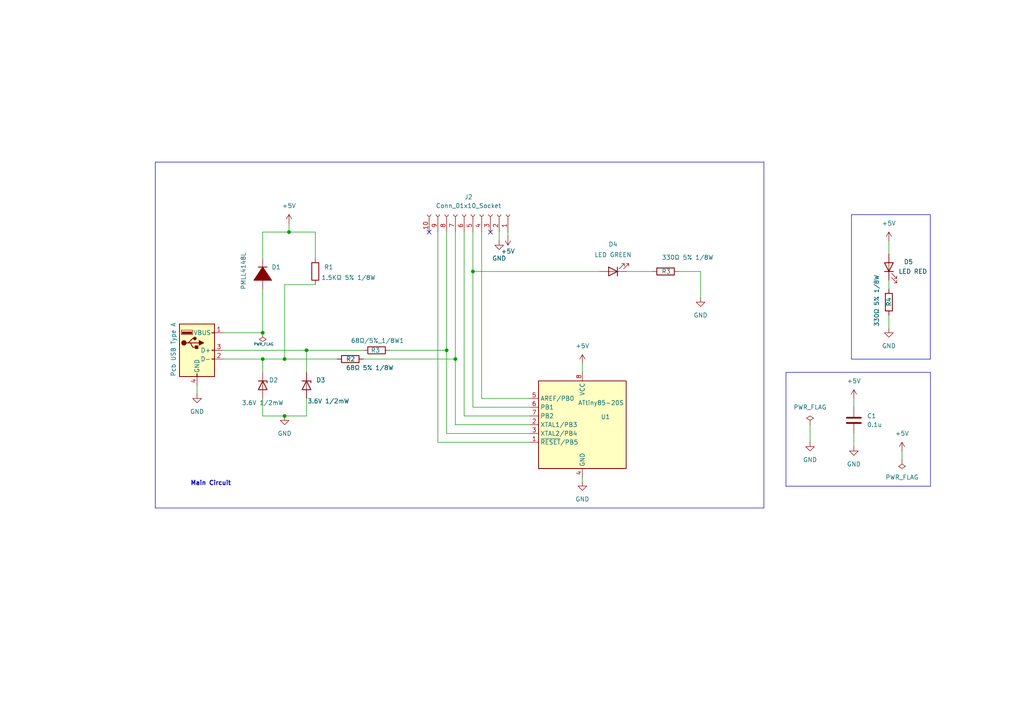
<source format=kicad_sch>
(kicad_sch
	(version 20231120)
	(generator "eeschema")
	(generator_version "8.0")
	(uuid "f2c20679-f28d-47ad-9191-2bfbde129570")
	(paper "A4")
	(title_block
		(date "2024-03-18")
		(rev "version Test2024")
		(company "UCC")
		(comment 1 "proyectoBase2024")
	)
	(lib_symbols
		(symbol "+5V_1"
			(power)
			(pin_names
				(offset 0)
			)
			(exclude_from_sim no)
			(in_bom yes)
			(on_board yes)
			(property "Reference" "#PWR"
				(at 0 -3.81 0)
				(effects
					(font
						(size 1.27 1.27)
					)
					(hide yes)
				)
			)
			(property "Value" "+5V_1"
				(at 0 3.556 0)
				(effects
					(font
						(size 1.27 1.27)
					)
				)
			)
			(property "Footprint" ""
				(at 0 0 0)
				(effects
					(font
						(size 1.27 1.27)
					)
					(hide yes)
				)
			)
			(property "Datasheet" ""
				(at 0 0 0)
				(effects
					(font
						(size 1.27 1.27)
					)
					(hide yes)
				)
			)
			(property "Description" "Power symbol creates a global label with name \"+5V\""
				(at 0 0 0)
				(effects
					(font
						(size 1.27 1.27)
					)
					(hide yes)
				)
			)
			(property "ki_keywords" "global power"
				(at 0 0 0)
				(effects
					(font
						(size 1.27 1.27)
					)
					(hide yes)
				)
			)
			(symbol "+5V_1_0_1"
				(polyline
					(pts
						(xy -0.762 1.27) (xy 0 2.54)
					)
					(stroke
						(width 0)
						(type default)
					)
					(fill
						(type none)
					)
				)
				(polyline
					(pts
						(xy 0 0) (xy 0 2.54)
					)
					(stroke
						(width 0)
						(type default)
					)
					(fill
						(type none)
					)
				)
				(polyline
					(pts
						(xy 0 2.54) (xy 0.762 1.27)
					)
					(stroke
						(width 0)
						(type default)
					)
					(fill
						(type none)
					)
				)
			)
			(symbol "+5V_1_1_1"
				(pin power_in line
					(at 0 0 90)
					(length 0) hide
					(name "+5V"
						(effects
							(font
								(size 1.27 1.27)
							)
						)
					)
					(number "1"
						(effects
							(font
								(size 1.27 1.27)
							)
						)
					)
				)
			)
		)
		(symbol "Connector:Conn_01x10_Socket"
			(pin_names
				(offset 1.016) hide)
			(exclude_from_sim no)
			(in_bom yes)
			(on_board yes)
			(property "Reference" "J"
				(at 0 12.7 0)
				(effects
					(font
						(size 1.27 1.27)
					)
				)
			)
			(property "Value" "Conn_01x10_Socket"
				(at 0 -15.24 0)
				(effects
					(font
						(size 1.27 1.27)
					)
				)
			)
			(property "Footprint" ""
				(at 0 0 0)
				(effects
					(font
						(size 1.27 1.27)
					)
					(hide yes)
				)
			)
			(property "Datasheet" "~"
				(at 0 0 0)
				(effects
					(font
						(size 1.27 1.27)
					)
					(hide yes)
				)
			)
			(property "Description" "Generic connector, single row, 01x10, script generated"
				(at 0 0 0)
				(effects
					(font
						(size 1.27 1.27)
					)
					(hide yes)
				)
			)
			(property "ki_locked" ""
				(at 0 0 0)
				(effects
					(font
						(size 1.27 1.27)
					)
				)
			)
			(property "ki_keywords" "connector"
				(at 0 0 0)
				(effects
					(font
						(size 1.27 1.27)
					)
					(hide yes)
				)
			)
			(property "ki_fp_filters" "Connector*:*_1x??_*"
				(at 0 0 0)
				(effects
					(font
						(size 1.27 1.27)
					)
					(hide yes)
				)
			)
			(symbol "Conn_01x10_Socket_1_1"
				(arc
					(start 0 -12.192)
					(mid -0.5058 -12.7)
					(end 0 -13.208)
					(stroke
						(width 0.1524)
						(type default)
					)
					(fill
						(type none)
					)
				)
				(arc
					(start 0 -9.652)
					(mid -0.5058 -10.16)
					(end 0 -10.668)
					(stroke
						(width 0.1524)
						(type default)
					)
					(fill
						(type none)
					)
				)
				(arc
					(start 0 -7.112)
					(mid -0.5058 -7.62)
					(end 0 -8.128)
					(stroke
						(width 0.1524)
						(type default)
					)
					(fill
						(type none)
					)
				)
				(arc
					(start 0 -4.572)
					(mid -0.5058 -5.08)
					(end 0 -5.588)
					(stroke
						(width 0.1524)
						(type default)
					)
					(fill
						(type none)
					)
				)
				(arc
					(start 0 -2.032)
					(mid -0.5058 -2.54)
					(end 0 -3.048)
					(stroke
						(width 0.1524)
						(type default)
					)
					(fill
						(type none)
					)
				)
				(polyline
					(pts
						(xy -1.27 -12.7) (xy -0.508 -12.7)
					)
					(stroke
						(width 0.1524)
						(type default)
					)
					(fill
						(type none)
					)
				)
				(polyline
					(pts
						(xy -1.27 -10.16) (xy -0.508 -10.16)
					)
					(stroke
						(width 0.1524)
						(type default)
					)
					(fill
						(type none)
					)
				)
				(polyline
					(pts
						(xy -1.27 -7.62) (xy -0.508 -7.62)
					)
					(stroke
						(width 0.1524)
						(type default)
					)
					(fill
						(type none)
					)
				)
				(polyline
					(pts
						(xy -1.27 -5.08) (xy -0.508 -5.08)
					)
					(stroke
						(width 0.1524)
						(type default)
					)
					(fill
						(type none)
					)
				)
				(polyline
					(pts
						(xy -1.27 -2.54) (xy -0.508 -2.54)
					)
					(stroke
						(width 0.1524)
						(type default)
					)
					(fill
						(type none)
					)
				)
				(polyline
					(pts
						(xy -1.27 0) (xy -0.508 0)
					)
					(stroke
						(width 0.1524)
						(type default)
					)
					(fill
						(type none)
					)
				)
				(polyline
					(pts
						(xy -1.27 2.54) (xy -0.508 2.54)
					)
					(stroke
						(width 0.1524)
						(type default)
					)
					(fill
						(type none)
					)
				)
				(polyline
					(pts
						(xy -1.27 5.08) (xy -0.508 5.08)
					)
					(stroke
						(width 0.1524)
						(type default)
					)
					(fill
						(type none)
					)
				)
				(polyline
					(pts
						(xy -1.27 7.62) (xy -0.508 7.62)
					)
					(stroke
						(width 0.1524)
						(type default)
					)
					(fill
						(type none)
					)
				)
				(polyline
					(pts
						(xy -1.27 10.16) (xy -0.508 10.16)
					)
					(stroke
						(width 0.1524)
						(type default)
					)
					(fill
						(type none)
					)
				)
				(arc
					(start 0 0.508)
					(mid -0.5058 0)
					(end 0 -0.508)
					(stroke
						(width 0.1524)
						(type default)
					)
					(fill
						(type none)
					)
				)
				(arc
					(start 0 3.048)
					(mid -0.5058 2.54)
					(end 0 2.032)
					(stroke
						(width 0.1524)
						(type default)
					)
					(fill
						(type none)
					)
				)
				(arc
					(start 0 5.588)
					(mid -0.5058 5.08)
					(end 0 4.572)
					(stroke
						(width 0.1524)
						(type default)
					)
					(fill
						(type none)
					)
				)
				(arc
					(start 0 8.128)
					(mid -0.5058 7.62)
					(end 0 7.112)
					(stroke
						(width 0.1524)
						(type default)
					)
					(fill
						(type none)
					)
				)
				(arc
					(start 0 10.668)
					(mid -0.5058 10.16)
					(end 0 9.652)
					(stroke
						(width 0.1524)
						(type default)
					)
					(fill
						(type none)
					)
				)
				(pin passive line
					(at -5.08 10.16 0)
					(length 3.81)
					(name "Pin_1"
						(effects
							(font
								(size 1.27 1.27)
							)
						)
					)
					(number "1"
						(effects
							(font
								(size 1.27 1.27)
							)
						)
					)
				)
				(pin passive line
					(at -5.08 -12.7 0)
					(length 3.81)
					(name "Pin_10"
						(effects
							(font
								(size 1.27 1.27)
							)
						)
					)
					(number "10"
						(effects
							(font
								(size 1.27 1.27)
							)
						)
					)
				)
				(pin passive line
					(at -5.08 7.62 0)
					(length 3.81)
					(name "Pin_2"
						(effects
							(font
								(size 1.27 1.27)
							)
						)
					)
					(number "2"
						(effects
							(font
								(size 1.27 1.27)
							)
						)
					)
				)
				(pin passive line
					(at -5.08 5.08 0)
					(length 3.81)
					(name "Pin_3"
						(effects
							(font
								(size 1.27 1.27)
							)
						)
					)
					(number "3"
						(effects
							(font
								(size 1.27 1.27)
							)
						)
					)
				)
				(pin passive line
					(at -5.08 2.54 0)
					(length 3.81)
					(name "Pin_4"
						(effects
							(font
								(size 1.27 1.27)
							)
						)
					)
					(number "4"
						(effects
							(font
								(size 1.27 1.27)
							)
						)
					)
				)
				(pin passive line
					(at -5.08 0 0)
					(length 3.81)
					(name "Pin_5"
						(effects
							(font
								(size 1.27 1.27)
							)
						)
					)
					(number "5"
						(effects
							(font
								(size 1.27 1.27)
							)
						)
					)
				)
				(pin passive line
					(at -5.08 -2.54 0)
					(length 3.81)
					(name "Pin_6"
						(effects
							(font
								(size 1.27 1.27)
							)
						)
					)
					(number "6"
						(effects
							(font
								(size 1.27 1.27)
							)
						)
					)
				)
				(pin passive line
					(at -5.08 -5.08 0)
					(length 3.81)
					(name "Pin_7"
						(effects
							(font
								(size 1.27 1.27)
							)
						)
					)
					(number "7"
						(effects
							(font
								(size 1.27 1.27)
							)
						)
					)
				)
				(pin passive line
					(at -5.08 -7.62 0)
					(length 3.81)
					(name "Pin_8"
						(effects
							(font
								(size 1.27 1.27)
							)
						)
					)
					(number "8"
						(effects
							(font
								(size 1.27 1.27)
							)
						)
					)
				)
				(pin passive line
					(at -5.08 -10.16 0)
					(length 3.81)
					(name "Pin_9"
						(effects
							(font
								(size 1.27 1.27)
							)
						)
					)
					(number "9"
						(effects
							(font
								(size 1.27 1.27)
							)
						)
					)
				)
			)
		)
		(symbol "Connector:USB_A"
			(pin_names
				(offset 1.016)
			)
			(exclude_from_sim no)
			(in_bom yes)
			(on_board yes)
			(property "Reference" "J2"
				(at 0 12.7 0)
				(effects
					(font
						(size 1.27 1.27)
					)
				)
			)
			(property "Value" "USB_A"
				(at 0 10.16 0)
				(effects
					(font
						(size 1.27 1.27)
					)
				)
			)
			(property "Footprint" ""
				(at 3.81 -1.27 0)
				(effects
					(font
						(size 1.27 1.27)
					)
					(hide yes)
				)
			)
			(property "Datasheet" " ~"
				(at 3.81 -1.27 0)
				(effects
					(font
						(size 1.27 1.27)
					)
					(hide yes)
				)
			)
			(property "Description" "USB Type A connector"
				(at 0 0 0)
				(effects
					(font
						(size 1.27 1.27)
					)
					(hide yes)
				)
			)
			(property "ki_keywords" "connector USB"
				(at 0 0 0)
				(effects
					(font
						(size 1.27 1.27)
					)
					(hide yes)
				)
			)
			(property "ki_fp_filters" "USB*"
				(at 0 0 0)
				(effects
					(font
						(size 1.27 1.27)
					)
					(hide yes)
				)
			)
			(symbol "USB_A_0_1"
				(rectangle
					(start -5.08 -7.62)
					(end 5.08 7.62)
					(stroke
						(width 0.254)
						(type default)
					)
					(fill
						(type background)
					)
				)
				(circle
					(center -3.81 2.159)
					(radius 0.635)
					(stroke
						(width 0.254)
						(type default)
					)
					(fill
						(type outline)
					)
				)
				(rectangle
					(start -1.524 4.826)
					(end -4.318 5.334)
					(stroke
						(width 0)
						(type default)
					)
					(fill
						(type outline)
					)
				)
				(rectangle
					(start -1.27 4.572)
					(end -4.572 5.842)
					(stroke
						(width 0)
						(type default)
					)
					(fill
						(type none)
					)
				)
				(circle
					(center -0.635 3.429)
					(radius 0.381)
					(stroke
						(width 0.254)
						(type default)
					)
					(fill
						(type outline)
					)
				)
				(rectangle
					(start -0.127 -7.62)
					(end 0.127 -6.858)
					(stroke
						(width 0)
						(type default)
					)
					(fill
						(type none)
					)
				)
				(polyline
					(pts
						(xy -3.175 2.159) (xy -2.54 2.159) (xy -1.27 3.429) (xy -0.635 3.429)
					)
					(stroke
						(width 0.254)
						(type default)
					)
					(fill
						(type none)
					)
				)
				(polyline
					(pts
						(xy -2.54 2.159) (xy -1.905 2.159) (xy -1.27 0.889) (xy 0 0.889)
					)
					(stroke
						(width 0.254)
						(type default)
					)
					(fill
						(type none)
					)
				)
				(polyline
					(pts
						(xy 0.635 2.794) (xy 0.635 1.524) (xy 1.905 2.159) (xy 0.635 2.794)
					)
					(stroke
						(width 0.254)
						(type default)
					)
					(fill
						(type outline)
					)
				)
				(rectangle
					(start 0.254 1.27)
					(end -0.508 0.508)
					(stroke
						(width 0.254)
						(type default)
					)
					(fill
						(type outline)
					)
				)
				(rectangle
					(start 5.08 -2.667)
					(end 4.318 -2.413)
					(stroke
						(width 0)
						(type default)
					)
					(fill
						(type none)
					)
				)
				(rectangle
					(start 5.08 -0.127)
					(end 4.318 0.127)
					(stroke
						(width 0)
						(type default)
					)
					(fill
						(type none)
					)
				)
				(rectangle
					(start 5.08 4.953)
					(end 4.318 5.207)
					(stroke
						(width 0)
						(type default)
					)
					(fill
						(type none)
					)
				)
			)
			(symbol "USB_A_1_1"
				(polyline
					(pts
						(xy -1.905 2.159) (xy 0.635 2.159)
					)
					(stroke
						(width 0.254)
						(type default)
					)
					(fill
						(type none)
					)
				)
				(pin power_in line
					(at 7.62 5.08 180)
					(length 2.54)
					(name "VBUS"
						(effects
							(font
								(size 1.27 1.27)
							)
						)
					)
					(number "1"
						(effects
							(font
								(size 1.27 1.27)
							)
						)
					)
				)
				(pin bidirectional line
					(at 7.62 -2.54 180)
					(length 2.54)
					(name "D-"
						(effects
							(font
								(size 1.27 1.27)
							)
						)
					)
					(number "2"
						(effects
							(font
								(size 1.27 1.27)
							)
						)
					)
				)
				(pin bidirectional line
					(at 7.62 0 180)
					(length 2.54)
					(name "D+"
						(effects
							(font
								(size 1.27 1.27)
							)
						)
					)
					(number "3"
						(effects
							(font
								(size 1.27 1.27)
							)
						)
					)
				)
				(pin power_in line
					(at 0 -10.16 90)
					(length 2.54)
					(name "GND"
						(effects
							(font
								(size 1.27 1.27)
							)
						)
					)
					(number "4"
						(effects
							(font
								(size 1.27 1.27)
							)
						)
					)
				)
			)
		)
		(symbol "D_Filled_1"
			(pin_numbers hide)
			(pin_names
				(offset 1.016) hide)
			(exclude_from_sim no)
			(in_bom yes)
			(on_board yes)
			(property "Reference" "D1"
				(at -1.27 2.54 90)
				(effects
					(font
						(size 1.27 1.27)
					)
					(justify left)
				)
			)
			(property "Value" "PMLL4148L"
				(at -5.588 -5.588 0)
				(effects
					(font
						(size 1.27 1.27)
					)
					(justify left)
				)
			)
			(property "Footprint" "Diode_SMD:D_MiniMELF"
				(at 0 6.35 0)
				(effects
					(font
						(size 1.27 1.27)
					)
					(hide yes)
				)
			)
			(property "Datasheet" "~"
				(at 7.112 4.064 0)
				(effects
					(font
						(size 1.27 1.27)
					)
					(hide yes)
				)
			)
			(property "Description" ""
				(at 0 0 0)
				(effects
					(font
						(size 1.27 1.27)
					)
					(hide yes)
				)
			)
			(property "Sim.Device" "D"
				(at 9.906 7.112 0)
				(effects
					(font
						(size 1.27 1.27)
					)
					(hide yes)
				)
			)
			(property "Sim.Pins" "1=K 2=A"
				(at -8.382 4.572 0)
				(effects
					(font
						(size 1.27 1.27)
					)
					(hide yes)
				)
			)
			(property "ki_keywords" "diode"
				(at 0 0 0)
				(effects
					(font
						(size 1.27 1.27)
					)
					(hide yes)
				)
			)
			(property "ki_fp_filters" "TO-???* *_Diode_* *SingleDiode* D_*"
				(at 0 0 0)
				(effects
					(font
						(size 1.27 1.27)
					)
					(hide yes)
				)
			)
			(symbol "D_Filled_1_0_1"
				(polyline
					(pts
						(xy -1.27 1.27) (xy -1.27 -1.27)
					)
					(stroke
						(width 0.254)
						(type default)
					)
					(fill
						(type none)
					)
				)
				(polyline
					(pts
						(xy 1.27 0) (xy -1.27 0)
					)
					(stroke
						(width 0)
						(type default)
					)
					(fill
						(type none)
					)
				)
				(polyline
					(pts
						(xy 2.54 2.54) (xy 2.54 -2.54) (xy -1.27 0) (xy 2.54 2.54)
					)
					(stroke
						(width 0.254)
						(type default)
					)
					(fill
						(type outline)
					)
				)
			)
			(symbol "D_Filled_1_1_1"
				(pin passive line
					(at -3.81 0 0)
					(length 2.54)
					(name "K"
						(effects
							(font
								(size 1.27 1.27)
							)
						)
					)
					(number "1"
						(effects
							(font
								(size 1.27 1.27)
							)
						)
					)
				)
				(pin passive line
					(at 5.08 0 180)
					(length 2.54)
					(name "A"
						(effects
							(font
								(size 1.27 1.27)
							)
						)
					)
					(number "2"
						(effects
							(font
								(size 1.27 1.27)
							)
						)
					)
				)
			)
		)
		(symbol "Device:C"
			(pin_numbers hide)
			(pin_names
				(offset 0.254)
			)
			(exclude_from_sim no)
			(in_bom yes)
			(on_board yes)
			(property "Reference" "C"
				(at 0.635 2.54 0)
				(effects
					(font
						(size 1.27 1.27)
					)
					(justify left)
				)
			)
			(property "Value" "C"
				(at 0.635 -2.54 0)
				(effects
					(font
						(size 1.27 1.27)
					)
					(justify left)
				)
			)
			(property "Footprint" ""
				(at 0.9652 -3.81 0)
				(effects
					(font
						(size 1.27 1.27)
					)
					(hide yes)
				)
			)
			(property "Datasheet" "~"
				(at 0 0 0)
				(effects
					(font
						(size 1.27 1.27)
					)
					(hide yes)
				)
			)
			(property "Description" "Unpolarized capacitor"
				(at 0 0 0)
				(effects
					(font
						(size 1.27 1.27)
					)
					(hide yes)
				)
			)
			(property "ki_keywords" "cap capacitor"
				(at 0 0 0)
				(effects
					(font
						(size 1.27 1.27)
					)
					(hide yes)
				)
			)
			(property "ki_fp_filters" "C_*"
				(at 0 0 0)
				(effects
					(font
						(size 1.27 1.27)
					)
					(hide yes)
				)
			)
			(symbol "C_0_1"
				(polyline
					(pts
						(xy -2.032 -0.762) (xy 2.032 -0.762)
					)
					(stroke
						(width 0.508)
						(type default)
					)
					(fill
						(type none)
					)
				)
				(polyline
					(pts
						(xy -2.032 0.762) (xy 2.032 0.762)
					)
					(stroke
						(width 0.508)
						(type default)
					)
					(fill
						(type none)
					)
				)
			)
			(symbol "C_1_1"
				(pin passive line
					(at 0 3.81 270)
					(length 2.794)
					(name "~"
						(effects
							(font
								(size 1.27 1.27)
							)
						)
					)
					(number "1"
						(effects
							(font
								(size 1.27 1.27)
							)
						)
					)
				)
				(pin passive line
					(at 0 -3.81 90)
					(length 2.794)
					(name "~"
						(effects
							(font
								(size 1.27 1.27)
							)
						)
					)
					(number "2"
						(effects
							(font
								(size 1.27 1.27)
							)
						)
					)
				)
			)
		)
		(symbol "Device:D_Zener"
			(pin_numbers hide)
			(pin_names
				(offset 1.016) hide)
			(exclude_from_sim no)
			(in_bom yes)
			(on_board yes)
			(property "Reference" "D"
				(at 0 2.54 0)
				(effects
					(font
						(size 1.27 1.27)
					)
				)
			)
			(property "Value" "D_Zener"
				(at 0 -2.54 0)
				(effects
					(font
						(size 1.27 1.27)
					)
				)
			)
			(property "Footprint" ""
				(at 0 0 0)
				(effects
					(font
						(size 1.27 1.27)
					)
					(hide yes)
				)
			)
			(property "Datasheet" "~"
				(at 0 0 0)
				(effects
					(font
						(size 1.27 1.27)
					)
					(hide yes)
				)
			)
			(property "Description" "Zener diode"
				(at 0 0 0)
				(effects
					(font
						(size 1.27 1.27)
					)
					(hide yes)
				)
			)
			(property "ki_keywords" "diode"
				(at 0 0 0)
				(effects
					(font
						(size 1.27 1.27)
					)
					(hide yes)
				)
			)
			(property "ki_fp_filters" "TO-???* *_Diode_* *SingleDiode* D_*"
				(at 0 0 0)
				(effects
					(font
						(size 1.27 1.27)
					)
					(hide yes)
				)
			)
			(symbol "D_Zener_0_1"
				(polyline
					(pts
						(xy 1.27 0) (xy -1.27 0)
					)
					(stroke
						(width 0)
						(type default)
					)
					(fill
						(type none)
					)
				)
				(polyline
					(pts
						(xy -1.27 -1.27) (xy -1.27 1.27) (xy -0.762 1.27)
					)
					(stroke
						(width 0.254)
						(type default)
					)
					(fill
						(type none)
					)
				)
				(polyline
					(pts
						(xy 1.27 -1.27) (xy 1.27 1.27) (xy -1.27 0) (xy 1.27 -1.27)
					)
					(stroke
						(width 0.254)
						(type default)
					)
					(fill
						(type none)
					)
				)
			)
			(symbol "D_Zener_1_1"
				(pin passive line
					(at -3.81 0 0)
					(length 2.54)
					(name "K"
						(effects
							(font
								(size 1.27 1.27)
							)
						)
					)
					(number "1"
						(effects
							(font
								(size 1.27 1.27)
							)
						)
					)
				)
				(pin passive line
					(at 3.81 0 180)
					(length 2.54)
					(name "A"
						(effects
							(font
								(size 1.27 1.27)
							)
						)
					)
					(number "2"
						(effects
							(font
								(size 1.27 1.27)
							)
						)
					)
				)
			)
		)
		(symbol "Device:LED"
			(pin_numbers hide)
			(pin_names
				(offset 1.016) hide)
			(exclude_from_sim no)
			(in_bom yes)
			(on_board yes)
			(property "Reference" "D"
				(at 0 2.54 0)
				(effects
					(font
						(size 1.27 1.27)
					)
				)
			)
			(property "Value" "LED"
				(at 0 -2.54 0)
				(effects
					(font
						(size 1.27 1.27)
					)
				)
			)
			(property "Footprint" ""
				(at 0 0 0)
				(effects
					(font
						(size 1.27 1.27)
					)
					(hide yes)
				)
			)
			(property "Datasheet" "~"
				(at 0 0 0)
				(effects
					(font
						(size 1.27 1.27)
					)
					(hide yes)
				)
			)
			(property "Description" "Light emitting diode"
				(at 0 0 0)
				(effects
					(font
						(size 1.27 1.27)
					)
					(hide yes)
				)
			)
			(property "ki_keywords" "LED diode"
				(at 0 0 0)
				(effects
					(font
						(size 1.27 1.27)
					)
					(hide yes)
				)
			)
			(property "ki_fp_filters" "LED* LED_SMD:* LED_THT:*"
				(at 0 0 0)
				(effects
					(font
						(size 1.27 1.27)
					)
					(hide yes)
				)
			)
			(symbol "LED_0_1"
				(polyline
					(pts
						(xy -1.27 -1.27) (xy -1.27 1.27)
					)
					(stroke
						(width 0.254)
						(type default)
					)
					(fill
						(type none)
					)
				)
				(polyline
					(pts
						(xy -1.27 0) (xy 1.27 0)
					)
					(stroke
						(width 0)
						(type default)
					)
					(fill
						(type none)
					)
				)
				(polyline
					(pts
						(xy 1.27 -1.27) (xy 1.27 1.27) (xy -1.27 0) (xy 1.27 -1.27)
					)
					(stroke
						(width 0.254)
						(type default)
					)
					(fill
						(type none)
					)
				)
				(polyline
					(pts
						(xy -3.048 -0.762) (xy -4.572 -2.286) (xy -3.81 -2.286) (xy -4.572 -2.286) (xy -4.572 -1.524)
					)
					(stroke
						(width 0)
						(type default)
					)
					(fill
						(type none)
					)
				)
				(polyline
					(pts
						(xy -1.778 -0.762) (xy -3.302 -2.286) (xy -2.54 -2.286) (xy -3.302 -2.286) (xy -3.302 -1.524)
					)
					(stroke
						(width 0)
						(type default)
					)
					(fill
						(type none)
					)
				)
			)
			(symbol "LED_1_1"
				(pin passive line
					(at -3.81 0 0)
					(length 2.54)
					(name "K"
						(effects
							(font
								(size 1.27 1.27)
							)
						)
					)
					(number "1"
						(effects
							(font
								(size 1.27 1.27)
							)
						)
					)
				)
				(pin passive line
					(at 3.81 0 180)
					(length 2.54)
					(name "A"
						(effects
							(font
								(size 1.27 1.27)
							)
						)
					)
					(number "2"
						(effects
							(font
								(size 1.27 1.27)
							)
						)
					)
				)
			)
		)
		(symbol "Device:R"
			(pin_numbers hide)
			(pin_names
				(offset 0)
			)
			(exclude_from_sim no)
			(in_bom yes)
			(on_board yes)
			(property "Reference" "R"
				(at 2.032 0 90)
				(effects
					(font
						(size 1.27 1.27)
					)
				)
			)
			(property "Value" "R"
				(at 0 0 90)
				(effects
					(font
						(size 1.27 1.27)
					)
				)
			)
			(property "Footprint" ""
				(at -1.778 0 90)
				(effects
					(font
						(size 1.27 1.27)
					)
					(hide yes)
				)
			)
			(property "Datasheet" "~"
				(at 0 0 0)
				(effects
					(font
						(size 1.27 1.27)
					)
					(hide yes)
				)
			)
			(property "Description" "Resistor"
				(at 0 0 0)
				(effects
					(font
						(size 1.27 1.27)
					)
					(hide yes)
				)
			)
			(property "ki_keywords" "R res resistor"
				(at 0 0 0)
				(effects
					(font
						(size 1.27 1.27)
					)
					(hide yes)
				)
			)
			(property "ki_fp_filters" "R_*"
				(at 0 0 0)
				(effects
					(font
						(size 1.27 1.27)
					)
					(hide yes)
				)
			)
			(symbol "R_0_1"
				(rectangle
					(start -1.016 -2.54)
					(end 1.016 2.54)
					(stroke
						(width 0.254)
						(type default)
					)
					(fill
						(type none)
					)
				)
			)
			(symbol "R_1_1"
				(pin passive line
					(at 0 3.81 270)
					(length 1.27)
					(name "~"
						(effects
							(font
								(size 1.27 1.27)
							)
						)
					)
					(number "1"
						(effects
							(font
								(size 1.27 1.27)
							)
						)
					)
				)
				(pin passive line
					(at 0 -3.81 90)
					(length 1.27)
					(name "~"
						(effects
							(font
								(size 1.27 1.27)
							)
						)
					)
					(number "2"
						(effects
							(font
								(size 1.27 1.27)
							)
						)
					)
				)
			)
		)
		(symbol "GND_1"
			(power)
			(pin_names
				(offset 0)
			)
			(exclude_from_sim no)
			(in_bom yes)
			(on_board yes)
			(property "Reference" "#PWR"
				(at 0 -6.35 0)
				(effects
					(font
						(size 1.27 1.27)
					)
					(hide yes)
				)
			)
			(property "Value" "GND_1"
				(at 0 -3.81 0)
				(effects
					(font
						(size 1.27 1.27)
					)
				)
			)
			(property "Footprint" ""
				(at 0 0 0)
				(effects
					(font
						(size 1.27 1.27)
					)
					(hide yes)
				)
			)
			(property "Datasheet" ""
				(at 0 0 0)
				(effects
					(font
						(size 1.27 1.27)
					)
					(hide yes)
				)
			)
			(property "Description" "Power symbol creates a global label with name \"GND\" , ground"
				(at 0 0 0)
				(effects
					(font
						(size 1.27 1.27)
					)
					(hide yes)
				)
			)
			(property "ki_keywords" "global power"
				(at 0 0 0)
				(effects
					(font
						(size 1.27 1.27)
					)
					(hide yes)
				)
			)
			(symbol "GND_1_0_1"
				(polyline
					(pts
						(xy 0 0) (xy 0 -1.27) (xy 1.27 -1.27) (xy 0 -2.54) (xy -1.27 -1.27) (xy 0 -1.27)
					)
					(stroke
						(width 0)
						(type default)
					)
					(fill
						(type none)
					)
				)
			)
			(symbol "GND_1_1_1"
				(pin power_in line
					(at 0 0 270)
					(length 0) hide
					(name "GND"
						(effects
							(font
								(size 1.27 1.27)
							)
						)
					)
					(number "1"
						(effects
							(font
								(size 1.27 1.27)
							)
						)
					)
				)
			)
		)
		(symbol "MCU_Microchip_ATtiny:ATtiny85-20S"
			(exclude_from_sim no)
			(in_bom yes)
			(on_board yes)
			(property "Reference" "U"
				(at -12.7 13.97 0)
				(effects
					(font
						(size 1.27 1.27)
					)
					(justify left bottom)
				)
			)
			(property "Value" "ATtiny85-20S"
				(at 2.54 -13.97 0)
				(effects
					(font
						(size 1.27 1.27)
					)
					(justify left top)
				)
			)
			(property "Footprint" "Package_SO:SOIC-8W_5.3x5.3mm_P1.27mm"
				(at 0 0 0)
				(effects
					(font
						(size 1.27 1.27)
						(italic yes)
					)
					(hide yes)
				)
			)
			(property "Datasheet" "http://ww1.microchip.com/downloads/en/DeviceDoc/atmel-2586-avr-8-bit-microcontroller-attiny25-attiny45-attiny85_datasheet.pdf"
				(at 0 0 0)
				(effects
					(font
						(size 1.27 1.27)
					)
					(hide yes)
				)
			)
			(property "Description" "20MHz, 8kB Flash, 512B SRAM, 512B EEPROM, debugWIRE, SOIC-8W"
				(at 0 0 0)
				(effects
					(font
						(size 1.27 1.27)
					)
					(hide yes)
				)
			)
			(property "ki_keywords" "AVR 8bit Microcontroller tinyAVR"
				(at 0 0 0)
				(effects
					(font
						(size 1.27 1.27)
					)
					(hide yes)
				)
			)
			(property "ki_fp_filters" "SOIC*5.3x5.3mm*P1.27mm*"
				(at 0 0 0)
				(effects
					(font
						(size 1.27 1.27)
					)
					(hide yes)
				)
			)
			(symbol "ATtiny85-20S_0_1"
				(rectangle
					(start -12.7 -12.7)
					(end 12.7 12.7)
					(stroke
						(width 0.254)
						(type default)
					)
					(fill
						(type background)
					)
				)
			)
			(symbol "ATtiny85-20S_1_1"
				(pin bidirectional line
					(at 15.24 -5.08 180)
					(length 2.54)
					(name "~{RESET}/PB5"
						(effects
							(font
								(size 1.27 1.27)
							)
						)
					)
					(number "1"
						(effects
							(font
								(size 1.27 1.27)
							)
						)
					)
				)
				(pin bidirectional line
					(at 15.24 0 180)
					(length 2.54)
					(name "XTAL1/PB3"
						(effects
							(font
								(size 1.27 1.27)
							)
						)
					)
					(number "2"
						(effects
							(font
								(size 1.27 1.27)
							)
						)
					)
				)
				(pin bidirectional line
					(at 15.24 -2.54 180)
					(length 2.54)
					(name "XTAL2/PB4"
						(effects
							(font
								(size 1.27 1.27)
							)
						)
					)
					(number "3"
						(effects
							(font
								(size 1.27 1.27)
							)
						)
					)
				)
				(pin power_in line
					(at 0 -15.24 90)
					(length 2.54)
					(name "GND"
						(effects
							(font
								(size 1.27 1.27)
							)
						)
					)
					(number "4"
						(effects
							(font
								(size 1.27 1.27)
							)
						)
					)
				)
				(pin bidirectional line
					(at 15.24 7.62 180)
					(length 2.54)
					(name "AREF/PB0"
						(effects
							(font
								(size 1.27 1.27)
							)
						)
					)
					(number "5"
						(effects
							(font
								(size 1.27 1.27)
							)
						)
					)
				)
				(pin bidirectional line
					(at 15.24 5.08 180)
					(length 2.54)
					(name "PB1"
						(effects
							(font
								(size 1.27 1.27)
							)
						)
					)
					(number "6"
						(effects
							(font
								(size 1.27 1.27)
							)
						)
					)
				)
				(pin bidirectional line
					(at 15.24 2.54 180)
					(length 2.54)
					(name "PB2"
						(effects
							(font
								(size 1.27 1.27)
							)
						)
					)
					(number "7"
						(effects
							(font
								(size 1.27 1.27)
							)
						)
					)
				)
				(pin power_in line
					(at 0 15.24 270)
					(length 2.54)
					(name "VCC"
						(effects
							(font
								(size 1.27 1.27)
							)
						)
					)
					(number "8"
						(effects
							(font
								(size 1.27 1.27)
							)
						)
					)
				)
			)
		)
		(symbol "PWR_FLAG_1"
			(power)
			(pin_numbers hide)
			(pin_names
				(offset 0) hide)
			(exclude_from_sim no)
			(in_bom yes)
			(on_board yes)
			(property "Reference" "#FLG"
				(at 0 1.905 0)
				(effects
					(font
						(size 1.27 1.27)
					)
					(hide yes)
				)
			)
			(property "Value" "PWR_FLAG_1"
				(at 0 3.81 0)
				(effects
					(font
						(size 1.27 1.27)
					)
				)
			)
			(property "Footprint" ""
				(at 0 0 0)
				(effects
					(font
						(size 1.27 1.27)
					)
					(hide yes)
				)
			)
			(property "Datasheet" "~"
				(at 0 0 0)
				(effects
					(font
						(size 1.27 1.27)
					)
					(hide yes)
				)
			)
			(property "Description" "Special symbol for telling ERC where power comes from"
				(at 0 0 0)
				(effects
					(font
						(size 1.27 1.27)
					)
					(hide yes)
				)
			)
			(property "ki_keywords" "flag power"
				(at 0 0 0)
				(effects
					(font
						(size 1.27 1.27)
					)
					(hide yes)
				)
			)
			(symbol "PWR_FLAG_1_0_0"
				(pin power_out line
					(at 0 0 90)
					(length 0)
					(name "pwr"
						(effects
							(font
								(size 1.27 1.27)
							)
						)
					)
					(number "1"
						(effects
							(font
								(size 1.27 1.27)
							)
						)
					)
				)
			)
			(symbol "PWR_FLAG_1_0_1"
				(polyline
					(pts
						(xy 0 0) (xy 0 1.27) (xy -1.016 1.905) (xy 0 2.54) (xy 1.016 1.905) (xy 0 1.27)
					)
					(stroke
						(width 0)
						(type default)
					)
					(fill
						(type none)
					)
				)
			)
		)
		(symbol "R_1"
			(pin_numbers hide)
			(pin_names
				(offset 0)
			)
			(exclude_from_sim no)
			(in_bom yes)
			(on_board yes)
			(property "Reference" "R"
				(at 2.032 0 90)
				(effects
					(font
						(size 1.27 1.27)
					)
				)
			)
			(property "Value" "R"
				(at 0 0 90)
				(effects
					(font
						(size 1.27 1.27)
					)
				)
			)
			(property "Footprint" ""
				(at -1.778 0 90)
				(effects
					(font
						(size 1.27 1.27)
					)
					(hide yes)
				)
			)
			(property "Datasheet" "~"
				(at 0 0 0)
				(effects
					(font
						(size 1.27 1.27)
					)
					(hide yes)
				)
			)
			(property "Description" "Resistor"
				(at 0 0 0)
				(effects
					(font
						(size 1.27 1.27)
					)
					(hide yes)
				)
			)
			(property "ki_keywords" "R res resistor"
				(at 0 0 0)
				(effects
					(font
						(size 1.27 1.27)
					)
					(hide yes)
				)
			)
			(property "ki_fp_filters" "R_*"
				(at 0 0 0)
				(effects
					(font
						(size 1.27 1.27)
					)
					(hide yes)
				)
			)
			(symbol "R_1_0_1"
				(rectangle
					(start -1.016 -2.54)
					(end 1.016 2.54)
					(stroke
						(width 0.254)
						(type default)
					)
					(fill
						(type none)
					)
				)
			)
			(symbol "R_1_1_1"
				(pin passive line
					(at 0 3.81 270)
					(length 1.27)
					(name "~"
						(effects
							(font
								(size 1.27 1.27)
							)
						)
					)
					(number "1"
						(effects
							(font
								(size 1.27 1.27)
							)
						)
					)
				)
				(pin passive line
					(at 0 -3.81 90)
					(length 1.27)
					(name "~"
						(effects
							(font
								(size 1.27 1.27)
							)
						)
					)
					(number "2"
						(effects
							(font
								(size 1.27 1.27)
							)
						)
					)
				)
			)
		)
		(symbol "power:+5V"
			(power)
			(pin_numbers hide)
			(pin_names
				(offset 0) hide)
			(exclude_from_sim no)
			(in_bom yes)
			(on_board yes)
			(property "Reference" "#PWR"
				(at 0 -3.81 0)
				(effects
					(font
						(size 1.27 1.27)
					)
					(hide yes)
				)
			)
			(property "Value" "+5V"
				(at 0 3.556 0)
				(effects
					(font
						(size 1.27 1.27)
					)
				)
			)
			(property "Footprint" ""
				(at 0 0 0)
				(effects
					(font
						(size 1.27 1.27)
					)
					(hide yes)
				)
			)
			(property "Datasheet" ""
				(at 0 0 0)
				(effects
					(font
						(size 1.27 1.27)
					)
					(hide yes)
				)
			)
			(property "Description" "Power symbol creates a global label with name \"+5V\""
				(at 0 0 0)
				(effects
					(font
						(size 1.27 1.27)
					)
					(hide yes)
				)
			)
			(property "ki_keywords" "global power"
				(at 0 0 0)
				(effects
					(font
						(size 1.27 1.27)
					)
					(hide yes)
				)
			)
			(symbol "+5V_0_1"
				(polyline
					(pts
						(xy -0.762 1.27) (xy 0 2.54)
					)
					(stroke
						(width 0)
						(type default)
					)
					(fill
						(type none)
					)
				)
				(polyline
					(pts
						(xy 0 0) (xy 0 2.54)
					)
					(stroke
						(width 0)
						(type default)
					)
					(fill
						(type none)
					)
				)
				(polyline
					(pts
						(xy 0 2.54) (xy 0.762 1.27)
					)
					(stroke
						(width 0)
						(type default)
					)
					(fill
						(type none)
					)
				)
			)
			(symbol "+5V_1_1"
				(pin power_in line
					(at 0 0 90)
					(length 0)
					(name "~"
						(effects
							(font
								(size 1.27 1.27)
							)
						)
					)
					(number "1"
						(effects
							(font
								(size 1.27 1.27)
							)
						)
					)
				)
			)
		)
		(symbol "power:GND"
			(power)
			(pin_numbers hide)
			(pin_names
				(offset 0) hide)
			(exclude_from_sim no)
			(in_bom yes)
			(on_board yes)
			(property "Reference" "#PWR"
				(at 0 -6.35 0)
				(effects
					(font
						(size 1.27 1.27)
					)
					(hide yes)
				)
			)
			(property "Value" "GND"
				(at 0 -3.81 0)
				(effects
					(font
						(size 1.27 1.27)
					)
				)
			)
			(property "Footprint" ""
				(at 0 0 0)
				(effects
					(font
						(size 1.27 1.27)
					)
					(hide yes)
				)
			)
			(property "Datasheet" ""
				(at 0 0 0)
				(effects
					(font
						(size 1.27 1.27)
					)
					(hide yes)
				)
			)
			(property "Description" "Power symbol creates a global label with name \"GND\" , ground"
				(at 0 0 0)
				(effects
					(font
						(size 1.27 1.27)
					)
					(hide yes)
				)
			)
			(property "ki_keywords" "global power"
				(at 0 0 0)
				(effects
					(font
						(size 1.27 1.27)
					)
					(hide yes)
				)
			)
			(symbol "GND_0_1"
				(polyline
					(pts
						(xy 0 0) (xy 0 -1.27) (xy 1.27 -1.27) (xy 0 -2.54) (xy -1.27 -1.27) (xy 0 -1.27)
					)
					(stroke
						(width 0)
						(type default)
					)
					(fill
						(type none)
					)
				)
			)
			(symbol "GND_1_1"
				(pin power_in line
					(at 0 0 270)
					(length 0)
					(name "~"
						(effects
							(font
								(size 1.27 1.27)
							)
						)
					)
					(number "1"
						(effects
							(font
								(size 1.27 1.27)
							)
						)
					)
				)
			)
		)
		(symbol "power:PWR_FLAG"
			(power)
			(pin_numbers hide)
			(pin_names
				(offset 0) hide)
			(exclude_from_sim no)
			(in_bom yes)
			(on_board yes)
			(property "Reference" "#FLG"
				(at 0 1.905 0)
				(effects
					(font
						(size 1.27 1.27)
					)
					(hide yes)
				)
			)
			(property "Value" "PWR_FLAG"
				(at 0 3.81 0)
				(effects
					(font
						(size 1.27 1.27)
					)
				)
			)
			(property "Footprint" ""
				(at 0 0 0)
				(effects
					(font
						(size 1.27 1.27)
					)
					(hide yes)
				)
			)
			(property "Datasheet" "~"
				(at 0 0 0)
				(effects
					(font
						(size 1.27 1.27)
					)
					(hide yes)
				)
			)
			(property "Description" "Special symbol for telling ERC where power comes from"
				(at 0 0 0)
				(effects
					(font
						(size 1.27 1.27)
					)
					(hide yes)
				)
			)
			(property "ki_keywords" "flag power"
				(at 0 0 0)
				(effects
					(font
						(size 1.27 1.27)
					)
					(hide yes)
				)
			)
			(symbol "PWR_FLAG_0_0"
				(pin power_out line
					(at 0 0 90)
					(length 0)
					(name "~"
						(effects
							(font
								(size 1.27 1.27)
							)
						)
					)
					(number "1"
						(effects
							(font
								(size 1.27 1.27)
							)
						)
					)
				)
			)
			(symbol "PWR_FLAG_0_1"
				(polyline
					(pts
						(xy 0 0) (xy 0 1.27) (xy -1.016 1.905) (xy 0 2.54) (xy 1.016 1.905) (xy 0 1.27)
					)
					(stroke
						(width 0)
						(type default)
					)
					(fill
						(type none)
					)
				)
			)
		)
	)
	(junction
		(at 82.55 120.65)
		(diameter 0)
		(color 0 0 0 0)
		(uuid "3436176d-585f-4f24-be18-2e8ad8aaaf8e")
	)
	(junction
		(at 76.2 96.52)
		(diameter 0)
		(color 0 0 0 0)
		(uuid "418c1765-d118-40c0-bcd3-78557ccc069a")
	)
	(junction
		(at 83.82 67.31)
		(diameter 0)
		(color 0 0 0 0)
		(uuid "45e23898-725d-4312-9589-842bbc39b85b")
	)
	(junction
		(at 129.54 101.6)
		(diameter 0)
		(color 0 0 0 0)
		(uuid "660836f6-4ce0-4464-8231-c12b91ec91a3")
	)
	(junction
		(at 82.55 104.14)
		(diameter 0)
		(color 0 0 0 0)
		(uuid "7a9f9045-981f-48a7-bf93-611482601a9e")
	)
	(junction
		(at 132.08 104.14)
		(diameter 0)
		(color 0 0 0 0)
		(uuid "7cdef989-6508-4a9c-8c8a-fdb618eb665a")
	)
	(junction
		(at 76.2 104.14)
		(diameter 0)
		(color 0 0 0 0)
		(uuid "a0d73546-74d8-4031-b377-3da7e304c68e")
	)
	(junction
		(at 137.16 78.74)
		(diameter 0)
		(color 0 0 0 0)
		(uuid "a1c3aef5-fcc6-4e6a-be16-1157d4b1b32a")
	)
	(junction
		(at 88.9 101.6)
		(diameter 0)
		(color 0 0 0 0)
		(uuid "b55addc1-0ad7-4ccc-8e5b-329b76f8a0e7")
	)
	(no_connect
		(at 142.24 67.31)
		(uuid "c2bac6d0-e280-4be5-b39c-e941166ec817")
	)
	(no_connect
		(at 124.46 67.31)
		(uuid "f70cce2e-9ef6-42cc-9e71-4ec3dbdb5e38")
	)
	(wire
		(pts
			(xy 129.54 67.31) (xy 129.54 101.6)
		)
		(stroke
			(width 0)
			(type default)
		)
		(uuid "004ca1e0-dc28-4d62-987d-5c226cddb6ed")
	)
	(wire
		(pts
			(xy 261.62 133.35) (xy 261.62 130.81)
		)
		(stroke
			(width 0)
			(type default)
		)
		(uuid "02164049-3099-4072-8e46-c0f5a51400d3")
	)
	(wire
		(pts
			(xy 76.2 104.14) (xy 76.2 107.95)
		)
		(stroke
			(width 0)
			(type default)
		)
		(uuid "0a975e3c-b252-4244-85de-985ffdccf660")
	)
	(wire
		(pts
			(xy 144.78 67.31) (xy 144.78 69.85)
		)
		(stroke
			(width 0)
			(type default)
		)
		(uuid "10184931-ba68-4ffc-a23e-3d8c51a59020")
	)
	(polyline
		(pts
			(xy 45.0342 147.3454) (xy 45.0342 47.0154)
		)
		(stroke
			(width 0)
			(type default)
		)
		(uuid "12c67071-fe67-4f47-a0ca-3ef1ab2bc966")
	)
	(wire
		(pts
			(xy 82.55 120.65) (xy 88.9 120.65)
		)
		(stroke
			(width 0)
			(type default)
		)
		(uuid "17664335-4468-4eb0-a71f-9c01dbb9869d")
	)
	(wire
		(pts
			(xy 137.16 118.11) (xy 153.67 118.11)
		)
		(stroke
			(width 0)
			(type default)
		)
		(uuid "1b686e38-9567-4038-9be0-56b55ae74221")
	)
	(polyline
		(pts
			(xy 221.5642 47.0154) (xy 221.5642 147.3454)
		)
		(stroke
			(width 0)
			(type default)
		)
		(uuid "1f5f82f7-3c3e-40e2-9a00-ce83a042d5ac")
	)
	(wire
		(pts
			(xy 76.2 115.57) (xy 76.2 120.65)
		)
		(stroke
			(width 0)
			(type default)
		)
		(uuid "1fe00697-07ba-4576-ad44-10e0254af911")
	)
	(wire
		(pts
			(xy 82.55 82.55) (xy 82.55 104.14)
		)
		(stroke
			(width 0)
			(type default)
		)
		(uuid "21a9f5a6-cc8f-43c7-90dc-e8dfdeefdecb")
	)
	(wire
		(pts
			(xy 137.16 78.74) (xy 137.16 118.11)
		)
		(stroke
			(width 0)
			(type default)
		)
		(uuid "250325a7-41ba-4c4d-9322-d821081c93d9")
	)
	(wire
		(pts
			(xy 88.9 115.57) (xy 88.9 120.65)
		)
		(stroke
			(width 0)
			(type default)
		)
		(uuid "34b7ca78-08a4-4efe-919e-458b1e6be674")
	)
	(wire
		(pts
			(xy 257.81 69.85) (xy 257.81 73.66)
		)
		(stroke
			(width 0)
			(type default)
		)
		(uuid "3858b7fc-3075-4fbb-8aff-9777db394f4f")
	)
	(wire
		(pts
			(xy 247.65 115.57) (xy 247.65 118.11)
		)
		(stroke
			(width 0)
			(type default)
		)
		(uuid "396fc195-2ece-43a9-a7da-21254d3b0f75")
	)
	(wire
		(pts
			(xy 153.67 128.27) (xy 127 128.27)
		)
		(stroke
			(width 0)
			(type default)
		)
		(uuid "3d0f509b-6dd4-432a-b104-61865eef8576")
	)
	(wire
		(pts
			(xy 83.82 64.77) (xy 83.82 67.31)
		)
		(stroke
			(width 0)
			(type default)
		)
		(uuid "410248ad-2904-4812-8d85-850535af93ee")
	)
	(wire
		(pts
			(xy 76.2 67.31) (xy 76.2 74.93)
		)
		(stroke
			(width 0)
			(type default)
		)
		(uuid "4c2df597-1210-449c-9045-650fb6953e19")
	)
	(polyline
		(pts
			(xy 269.8242 62.2554) (xy 269.8242 104.1654)
		)
		(stroke
			(width 0)
			(type default)
		)
		(uuid "4eb3e81b-c3fe-4e85-853e-9ce32520e02d")
	)
	(wire
		(pts
			(xy 132.08 104.14) (xy 132.08 123.19)
		)
		(stroke
			(width 0)
			(type default)
		)
		(uuid "54dc18c6-c12a-427d-8ac7-e4532a9b7135")
	)
	(wire
		(pts
			(xy 147.32 67.31) (xy 147.32 68.58)
		)
		(stroke
			(width 0)
			(type default)
		)
		(uuid "5bccc81e-5bc3-448d-b8ec-f134f9784673")
	)
	(wire
		(pts
			(xy 127 128.27) (xy 127 67.31)
		)
		(stroke
			(width 0)
			(type default)
		)
		(uuid "61b8011a-4995-485e-b209-6fb93b18112e")
	)
	(wire
		(pts
			(xy 247.65 125.73) (xy 247.65 129.54)
		)
		(stroke
			(width 0)
			(type default)
		)
		(uuid "64f5e334-6ebe-446e-9b82-44267dc182e8")
	)
	(polyline
		(pts
			(xy 227.965 108.0008) (xy 269.875 108.0008)
		)
		(stroke
			(width 0)
			(type default)
		)
		(uuid "654c2277-b153-442b-b460-0cc1001e1bfe")
	)
	(wire
		(pts
			(xy 91.44 74.93) (xy 91.44 67.31)
		)
		(stroke
			(width 0)
			(type default)
		)
		(uuid "665d1084-3d66-40eb-90e9-0b52b7697f60")
	)
	(wire
		(pts
			(xy 88.9 101.6) (xy 88.9 107.95)
		)
		(stroke
			(width 0)
			(type default)
		)
		(uuid "6812b745-f31c-4123-8233-41df3f64658f")
	)
	(wire
		(pts
			(xy 64.77 101.6) (xy 88.9 101.6)
		)
		(stroke
			(width 0)
			(type default)
		)
		(uuid "6c19f197-2488-4fd8-8634-6ddb72814d3a")
	)
	(wire
		(pts
			(xy 139.7 115.57) (xy 153.67 115.57)
		)
		(stroke
			(width 0)
			(type default)
		)
		(uuid "7145e10e-5ac0-445f-a3da-bc6986116256")
	)
	(polyline
		(pts
			(xy 269.8242 104.1654) (xy 246.9642 104.1654)
		)
		(stroke
			(width 0)
			(type default)
		)
		(uuid "73b21d52-5af1-4324-ac82-7fc4e93bc07a")
	)
	(polyline
		(pts
			(xy 227.965 141.0208) (xy 227.965 108.0008)
		)
		(stroke
			(width 0)
			(type default)
		)
		(uuid "7b5ddeea-8245-4000-8222-3f545ae9a1f4")
	)
	(wire
		(pts
			(xy 82.55 104.14) (xy 97.79 104.14)
		)
		(stroke
			(width 0)
			(type default)
		)
		(uuid "7dcb882a-4ad0-41cb-8119-3093d6af98b8")
	)
	(polyline
		(pts
			(xy 221.5642 147.3454) (xy 45.0342 147.3454)
		)
		(stroke
			(width 0)
			(type default)
		)
		(uuid "7ebb2a4f-8cb5-40c6-9206-e43704b68921")
	)
	(wire
		(pts
			(xy 64.77 96.52) (xy 76.2 96.52)
		)
		(stroke
			(width 0)
			(type default)
		)
		(uuid "809ca5ec-6866-4f58-9a09-7633b31ebf30")
	)
	(wire
		(pts
			(xy 134.62 67.31) (xy 134.62 120.65)
		)
		(stroke
			(width 0)
			(type default)
		)
		(uuid "847f622f-db31-4fbd-93c4-cdbe78fec114")
	)
	(wire
		(pts
			(xy 76.2 120.65) (xy 82.55 120.65)
		)
		(stroke
			(width 0)
			(type default)
		)
		(uuid "8683b381-7e36-4e12-88e5-95c664777c7f")
	)
	(wire
		(pts
			(xy 257.81 81.28) (xy 257.81 83.82)
		)
		(stroke
			(width 0)
			(type default)
		)
		(uuid "86e6bb2d-cefd-4477-b0f4-ca16467c1cfe")
	)
	(wire
		(pts
			(xy 129.54 125.73) (xy 153.67 125.73)
		)
		(stroke
			(width 0)
			(type default)
		)
		(uuid "871e3ec4-03a1-4002-96e2-fe47a56a3935")
	)
	(wire
		(pts
			(xy 132.08 123.19) (xy 153.67 123.19)
		)
		(stroke
			(width 0)
			(type default)
		)
		(uuid "8b38c874-c15e-491a-93cc-5354155dec98")
	)
	(wire
		(pts
			(xy 91.44 67.31) (xy 83.82 67.31)
		)
		(stroke
			(width 0)
			(type default)
		)
		(uuid "8de918df-97f3-401f-978b-270bad6ea405")
	)
	(wire
		(pts
			(xy 196.85 78.74) (xy 203.2 78.74)
		)
		(stroke
			(width 0)
			(type default)
		)
		(uuid "92616e45-a5b6-40ae-b812-be23b9508a50")
	)
	(wire
		(pts
			(xy 137.16 67.31) (xy 137.16 78.74)
		)
		(stroke
			(width 0)
			(type default)
		)
		(uuid "9d0dd101-33b3-4f11-b1b3-12d6fec192ce")
	)
	(wire
		(pts
			(xy 105.41 104.14) (xy 132.08 104.14)
		)
		(stroke
			(width 0)
			(type default)
		)
		(uuid "aaee399a-aefa-4ed1-80f1-b1048f041152")
	)
	(wire
		(pts
			(xy 129.54 101.6) (xy 129.54 125.73)
		)
		(stroke
			(width 0)
			(type default)
		)
		(uuid "abbbf380-a8c4-4908-a39c-12cce6ec32a9")
	)
	(wire
		(pts
			(xy 88.9 101.6) (xy 105.41 101.6)
		)
		(stroke
			(width 0)
			(type default)
		)
		(uuid "afc19080-4f62-4a6c-bcac-6e7cb2cf7f36")
	)
	(wire
		(pts
			(xy 83.82 67.31) (xy 76.2 67.31)
		)
		(stroke
			(width 0)
			(type default)
		)
		(uuid "b11c46b5-30da-4c8b-87c3-78881e57a632")
	)
	(wire
		(pts
			(xy 134.62 120.65) (xy 153.67 120.65)
		)
		(stroke
			(width 0)
			(type default)
		)
		(uuid "b5f64aa8-3e3d-49cd-96f6-75a70e9d8a04")
	)
	(wire
		(pts
			(xy 168.91 138.43) (xy 168.91 139.7)
		)
		(stroke
			(width 0)
			(type default)
		)
		(uuid "b771e9c1-1384-461b-8a38-4098c407e7d8")
	)
	(wire
		(pts
			(xy 91.44 82.55) (xy 82.55 82.55)
		)
		(stroke
			(width 0)
			(type default)
		)
		(uuid "bc801e5f-8f1c-4d44-b2d6-38ee78a7b7e0")
	)
	(wire
		(pts
			(xy 137.16 78.74) (xy 173.99 78.74)
		)
		(stroke
			(width 0)
			(type default)
		)
		(uuid "bf6f7cfb-d1e1-4127-b692-33c62b5e63a3")
	)
	(wire
		(pts
			(xy 203.2 78.74) (xy 203.2 86.36)
		)
		(stroke
			(width 0)
			(type default)
		)
		(uuid "c151af6f-8676-426e-a229-d746235e9224")
	)
	(polyline
		(pts
			(xy 246.9642 104.1654) (xy 246.9642 62.2554)
		)
		(stroke
			(width 0)
			(type default)
		)
		(uuid "c289a2e8-800f-459f-8e02-e4181254dd67")
	)
	(polyline
		(pts
			(xy 246.9642 62.2554) (xy 269.8242 62.2554)
		)
		(stroke
			(width 0)
			(type default)
		)
		(uuid "c5196035-626d-4878-af78-a964605d27be")
	)
	(wire
		(pts
			(xy 257.81 91.44) (xy 257.81 95.25)
		)
		(stroke
			(width 0)
			(type default)
		)
		(uuid "d12ed57b-fd38-42c3-b947-6baa5864ea2d")
	)
	(wire
		(pts
			(xy 76.2 104.14) (xy 82.55 104.14)
		)
		(stroke
			(width 0)
			(type default)
		)
		(uuid "d1b165a7-4ce7-48ac-a4fa-29c7332a5561")
	)
	(wire
		(pts
			(xy 113.03 101.6) (xy 129.54 101.6)
		)
		(stroke
			(width 0)
			(type default)
		)
		(uuid "d557d1b8-1fe1-47f1-825d-bf0641210833")
	)
	(wire
		(pts
			(xy 181.61 78.74) (xy 189.23 78.74)
		)
		(stroke
			(width 0)
			(type default)
		)
		(uuid "d7cb092b-ba80-4580-9449-12d589deb26e")
	)
	(wire
		(pts
			(xy 64.77 104.14) (xy 76.2 104.14)
		)
		(stroke
			(width 0)
			(type default)
		)
		(uuid "d8ed2e18-61fd-4c89-a27c-fab666ac564c")
	)
	(wire
		(pts
			(xy 76.2 83.82) (xy 76.2 96.52)
		)
		(stroke
			(width 0)
			(type default)
		)
		(uuid "dae1214b-f0cb-4500-9572-24b22150b851")
	)
	(wire
		(pts
			(xy 168.91 105.41) (xy 168.91 107.95)
		)
		(stroke
			(width 0)
			(type default)
		)
		(uuid "de516978-fd37-48e5-89e8-300d3f2e5924")
	)
	(wire
		(pts
			(xy 234.95 123.19) (xy 234.95 128.27)
		)
		(stroke
			(width 0)
			(type default)
		)
		(uuid "e9d42ffd-8bba-49c1-a502-cb806128cd40")
	)
	(polyline
		(pts
			(xy 269.875 108.0008) (xy 269.875 141.0208)
		)
		(stroke
			(width 0)
			(type default)
		)
		(uuid "eaa8bceb-f274-422b-90fd-fe4877b72009")
	)
	(wire
		(pts
			(xy 57.15 111.76) (xy 57.15 114.3)
		)
		(stroke
			(width 0)
			(type default)
		)
		(uuid "ebec5a3c-567d-49dd-b404-11e46696c6a5")
	)
	(wire
		(pts
			(xy 132.08 67.31) (xy 132.08 104.14)
		)
		(stroke
			(width 0)
			(type default)
		)
		(uuid "eca29306-20ca-41b7-a0e6-aa37c63bc420")
	)
	(polyline
		(pts
			(xy 45.0342 47.0154) (xy 221.5642 47.0154)
		)
		(stroke
			(width 0)
			(type default)
		)
		(uuid "ed367599-b43c-449a-9a14-78d4b79558be")
	)
	(wire
		(pts
			(xy 139.7 67.31) (xy 139.7 115.57)
		)
		(stroke
			(width 0)
			(type default)
		)
		(uuid "edc7f84b-b82d-47c7-9a81-27513092bdf0")
	)
	(polyline
		(pts
			(xy 269.875 141.0208) (xy 227.965 141.0208)
		)
		(stroke
			(width 0)
			(type default)
		)
		(uuid "f518fdf6-0ceb-48a0-bbc6-ad5fd27a602e")
	)
	(text "Main Circuit"
		(exclude_from_sim no)
		(at 55.1942 140.9954 0)
		(effects
			(font
				(size 1.27 1.27)
				(thickness 0.254)
				(bold yes)
			)
			(justify left bottom)
		)
		(uuid "39ea4496-1b44-485f-ab4a-73accbcc9f99")
	)
	(symbol
		(lib_id "power:+5V")
		(at 261.62 130.81 0)
		(unit 1)
		(exclude_from_sim no)
		(in_bom yes)
		(on_board yes)
		(dnp no)
		(fields_autoplaced yes)
		(uuid "05fec0be-da0c-47e4-bd64-ee5fafce7278")
		(property "Reference" "#PWR014"
			(at 261.62 134.62 0)
			(effects
				(font
					(size 1.27 1.27)
				)
				(hide yes)
			)
		)
		(property "Value" "+5V"
			(at 261.62 125.73 0)
			(effects
				(font
					(size 1.27 1.27)
				)
			)
		)
		(property "Footprint" ""
			(at 261.62 130.81 0)
			(effects
				(font
					(size 1.27 1.27)
				)
				(hide yes)
			)
		)
		(property "Datasheet" ""
			(at 261.62 130.81 0)
			(effects
				(font
					(size 1.27 1.27)
				)
				(hide yes)
			)
		)
		(property "Description" "Power symbol creates a global label with name \"+5V\""
			(at 261.62 130.81 0)
			(effects
				(font
					(size 1.27 1.27)
				)
				(hide yes)
			)
		)
		(pin "1"
			(uuid "982c98c7-ed06-45ca-8f2f-514aa07f3099")
		)
		(instances
			(project "UccMicroDuino"
				(path "/f2c20679-f28d-47ad-9191-2bfbde129570"
					(reference "#PWR014")
					(unit 1)
				)
			)
		)
	)
	(symbol
		(lib_id "power:GND")
		(at 168.91 139.7 0)
		(unit 1)
		(exclude_from_sim no)
		(in_bom yes)
		(on_board yes)
		(dnp no)
		(fields_autoplaced yes)
		(uuid "068662ae-343e-46c4-bf2b-6dd4de00682e")
		(property "Reference" "#PWR07"
			(at 168.91 146.05 0)
			(effects
				(font
					(size 1.27 1.27)
				)
				(hide yes)
			)
		)
		(property "Value" "GND"
			(at 168.91 144.78 0)
			(effects
				(font
					(size 1.27 1.27)
				)
			)
		)
		(property "Footprint" ""
			(at 168.91 139.7 0)
			(effects
				(font
					(size 1.27 1.27)
				)
				(hide yes)
			)
		)
		(property "Datasheet" ""
			(at 168.91 139.7 0)
			(effects
				(font
					(size 1.27 1.27)
				)
				(hide yes)
			)
		)
		(property "Description" "Power symbol creates a global label with name \"GND\" , ground"
			(at 168.91 139.7 0)
			(effects
				(font
					(size 1.27 1.27)
				)
				(hide yes)
			)
		)
		(pin "1"
			(uuid "70b80968-e98d-47e3-86c6-977a49ab139c")
		)
		(instances
			(project ""
				(path "/f2c20679-f28d-47ad-9191-2bfbde129570"
					(reference "#PWR07")
					(unit 1)
				)
			)
		)
	)
	(symbol
		(lib_id "power:+5V")
		(at 168.91 105.41 0)
		(unit 1)
		(exclude_from_sim no)
		(in_bom yes)
		(on_board yes)
		(dnp no)
		(fields_autoplaced yes)
		(uuid "0da921c4-1d58-431f-afe5-2525d11da009")
		(property "Reference" "#PWR06"
			(at 168.91 109.22 0)
			(effects
				(font
					(size 1.27 1.27)
				)
				(hide yes)
			)
		)
		(property "Value" "+5V"
			(at 168.91 100.33 0)
			(effects
				(font
					(size 1.27 1.27)
				)
			)
		)
		(property "Footprint" ""
			(at 168.91 105.41 0)
			(effects
				(font
					(size 1.27 1.27)
				)
				(hide yes)
			)
		)
		(property "Datasheet" ""
			(at 168.91 105.41 0)
			(effects
				(font
					(size 1.27 1.27)
				)
				(hide yes)
			)
		)
		(property "Description" "Power symbol creates a global label with name \"+5V\""
			(at 168.91 105.41 0)
			(effects
				(font
					(size 1.27 1.27)
				)
				(hide yes)
			)
		)
		(pin "1"
			(uuid "1f09297a-1adc-4a1c-9d83-2736e62c4716")
		)
		(instances
			(project "UccMicroDuino"
				(path "/f2c20679-f28d-47ad-9191-2bfbde129570"
					(reference "#PWR06")
					(unit 1)
				)
			)
		)
	)
	(symbol
		(lib_id "Device:LED")
		(at 257.81 77.47 90)
		(unit 1)
		(exclude_from_sim no)
		(in_bom yes)
		(on_board yes)
		(dnp no)
		(uuid "10997108-4d28-41d5-89fd-26fd3e77510d")
		(property "Reference" "D5"
			(at 262.128 75.946 90)
			(effects
				(font
					(size 1.27 1.27)
				)
				(justify right)
			)
		)
		(property "Value" "LED RED"
			(at 260.604 78.74 90)
			(effects
				(font
					(size 1.27 1.27)
				)
				(justify right)
			)
		)
		(property "Footprint" ""
			(at 257.81 77.47 0)
			(effects
				(font
					(size 1.27 1.27)
				)
				(hide yes)
			)
		)
		(property "Datasheet" "~"
			(at 257.81 77.47 0)
			(effects
				(font
					(size 1.27 1.27)
				)
				(hide yes)
			)
		)
		(property "Description" ""
			(at 257.81 77.47 0)
			(effects
				(font
					(size 1.27 1.27)
				)
				(hide yes)
			)
		)
		(pin "1"
			(uuid "5fdbb483-66f9-4384-8395-149ad1d2495b")
		)
		(pin "2"
			(uuid "d69da8c4-b4ec-4af5-a00c-745dacc97d94")
		)
		(instances
			(project "UccMicroDuino"
				(path "/f2c20679-f28d-47ad-9191-2bfbde129570"
					(reference "D5")
					(unit 1)
				)
			)
		)
	)
	(symbol
		(lib_id "Device:R")
		(at 109.22 101.6 90)
		(unit 1)
		(exclude_from_sim no)
		(in_bom yes)
		(on_board yes)
		(dnp no)
		(uuid "187ece70-b067-4179-b3ed-12cf849d39c3")
		(property "Reference" "68Ω/5%_1/8W1"
			(at 109.474 98.806 90)
			(effects
				(font
					(size 1.27 1.27)
				)
			)
		)
		(property "Value" "R3"
			(at 110.236 101.6 90)
			(effects
				(font
					(size 1.27 1.27)
				)
				(justify left)
			)
		)
		(property "Footprint" ""
			(at 109.22 103.378 90)
			(effects
				(font
					(size 1.27 1.27)
				)
				(hide yes)
			)
		)
		(property "Datasheet" "~"
			(at 109.22 101.6 0)
			(effects
				(font
					(size 1.27 1.27)
				)
				(hide yes)
			)
		)
		(property "Description" "Resistor"
			(at 109.22 101.6 0)
			(effects
				(font
					(size 1.27 1.27)
				)
				(hide yes)
			)
		)
		(pin "1"
			(uuid "096283ac-9c5a-43e7-a282-2c150ec42f79")
		)
		(pin "2"
			(uuid "ff5502ee-a5b9-43f3-8744-81dd583fde10")
		)
		(instances
			(project ""
				(path "/f2c20679-f28d-47ad-9191-2bfbde129570"
					(reference "68Ω/5%_1/8W1")
					(unit 1)
				)
			)
		)
	)
	(symbol
		(lib_id "Device:R")
		(at 91.44 78.74 0)
		(unit 1)
		(exclude_from_sim no)
		(in_bom yes)
		(on_board yes)
		(dnp no)
		(uuid "1ad09e81-a9e6-4168-ab8f-f6dc88a2ffca")
		(property "Reference" "R1"
			(at 93.98 77.47 0)
			(effects
				(font
					(size 1.27 1.27)
				)
				(justify left)
			)
		)
		(property "Value" "1.5KΩ 5% 1/8W"
			(at 93.218 80.518 0)
			(effects
				(font
					(size 1.27 1.27)
				)
				(justify left)
			)
		)
		(property "Footprint" "Resistor_SMD:R_0805_2012Metric_Pad1.20x1.40mm_HandSolder"
			(at 89.662 78.74 90)
			(effects
				(font
					(size 1.27 1.27)
				)
				(hide yes)
			)
		)
		(property "Datasheet" "~"
			(at 91.44 78.74 0)
			(effects
				(font
					(size 1.27 1.27)
				)
				(hide yes)
			)
		)
		(property "Description" ""
			(at 91.44 78.74 0)
			(effects
				(font
					(size 1.27 1.27)
				)
				(hide yes)
			)
		)
		(pin "1"
			(uuid "4e7abc82-5fea-48c4-8ea1-9a8328442143")
		)
		(pin "2"
			(uuid "3db91e4f-0f11-4f40-b079-d1b1281a631f")
		)
		(instances
			(project "Clase 1"
				(path "/e763c805-2d98-46c7-a7c5-10a127323b27"
					(reference "R1")
					(unit 1)
				)
			)
			(project "UccMicroDuino"
				(path "/f2c20679-f28d-47ad-9191-2bfbde129570"
					(reference "R1")
					(unit 1)
				)
			)
		)
	)
	(symbol
		(lib_id "power:PWR_FLAG")
		(at 234.95 123.19 0)
		(unit 1)
		(exclude_from_sim no)
		(in_bom yes)
		(on_board yes)
		(dnp no)
		(fields_autoplaced yes)
		(uuid "3234b5c8-729e-4dd1-80de-eaaa093a6d87")
		(property "Reference" "#FLG02"
			(at 234.95 121.285 0)
			(effects
				(font
					(size 1.27 1.27)
				)
				(hide yes)
			)
		)
		(property "Value" "PWR_FLAG"
			(at 234.95 118.11 0)
			(effects
				(font
					(size 1.27 1.27)
				)
			)
		)
		(property "Footprint" ""
			(at 234.95 123.19 0)
			(effects
				(font
					(size 1.27 1.27)
				)
				(hide yes)
			)
		)
		(property "Datasheet" "~"
			(at 234.95 123.19 0)
			(effects
				(font
					(size 1.27 1.27)
				)
				(hide yes)
			)
		)
		(property "Description" "Special symbol for telling ERC where power comes from"
			(at 234.95 123.19 0)
			(effects
				(font
					(size 1.27 1.27)
				)
				(hide yes)
			)
		)
		(pin "1"
			(uuid "6ad72798-9704-4494-a6d4-37f9ebadd1da")
		)
		(instances
			(project ""
				(path "/f2c20679-f28d-47ad-9191-2bfbde129570"
					(reference "#FLG02")
					(unit 1)
				)
			)
		)
	)
	(symbol
		(lib_id "MCU_Microchip_ATtiny:ATtiny85-20S")
		(at 168.91 123.19 0)
		(mirror y)
		(unit 1)
		(exclude_from_sim no)
		(in_bom yes)
		(on_board yes)
		(dnp no)
		(uuid "333f0dac-2da2-4252-b55d-20da165172bb")
		(property "Reference" "U2"
			(at 174.244 120.904 0)
			(effects
				(font
					(size 1.27 1.27)
				)
				(justify right)
			)
		)
		(property "Value" "ATtiny85-20S"
			(at 167.64 116.84 0)
			(effects
				(font
					(size 1.27 1.27)
				)
				(justify right)
			)
		)
		(property "Footprint" "Package_SO:SOIC-8W_5.3x5.3mm_P1.27mm"
			(at 168.91 123.19 0)
			(effects
				(font
					(size 1.27 1.27)
					(italic yes)
				)
				(hide yes)
			)
		)
		(property "Datasheet" "http://ww1.microchip.com/downloads/en/DeviceDoc/atmel-2586-avr-8-bit-microcontroller-attiny25-attiny45-attiny85_datasheet.pdf"
			(at 168.91 123.19 0)
			(effects
				(font
					(size 1.27 1.27)
				)
				(hide yes)
			)
		)
		(property "Description" ""
			(at 168.91 123.19 0)
			(effects
				(font
					(size 1.27 1.27)
				)
				(hide yes)
			)
		)
		(pin "1"
			(uuid "f2c6d99f-a285-4a32-9cf2-5bf45904140f")
		)
		(pin "2"
			(uuid "b9f90a70-edd7-4fde-a922-a51230db7c64")
		)
		(pin "3"
			(uuid "54d1a8d6-83c8-4e70-8a22-6566cdd95966")
		)
		(pin "4"
			(uuid "5f554262-1a2a-4923-a8d6-fc00c2151943")
		)
		(pin "5"
			(uuid "ef4cd162-704a-4bac-864e-d0916bfe95c8")
		)
		(pin "6"
			(uuid "e0e0d17a-c138-4d68-a5f5-9153c0e1693f")
		)
		(pin "7"
			(uuid "9186f3a7-8d84-48cb-88f1-ea069232b715")
		)
		(pin "8"
			(uuid "3b673756-5089-4995-a6dc-25a2b5f6e068")
		)
		(instances
			(project "Clase 1"
				(path "/e763c805-2d98-46c7-a7c5-10a127323b27"
					(reference "U2")
					(unit 1)
				)
			)
			(project "UccMicroDuino"
				(path "/f2c20679-f28d-47ad-9191-2bfbde129570"
					(reference "U1")
					(unit 1)
				)
			)
		)
	)
	(symbol
		(lib_id "power:GND")
		(at 234.95 128.27 0)
		(unit 1)
		(exclude_from_sim no)
		(in_bom yes)
		(on_board yes)
		(dnp no)
		(fields_autoplaced yes)
		(uuid "3fcc30b1-c49b-45c9-939a-bf78b4f12670")
		(property "Reference" "#PWR09"
			(at 234.95 134.62 0)
			(effects
				(font
					(size 1.27 1.27)
				)
				(hide yes)
			)
		)
		(property "Value" "GND"
			(at 234.95 133.35 0)
			(effects
				(font
					(size 1.27 1.27)
				)
			)
		)
		(property "Footprint" ""
			(at 234.95 128.27 0)
			(effects
				(font
					(size 1.27 1.27)
				)
				(hide yes)
			)
		)
		(property "Datasheet" ""
			(at 234.95 128.27 0)
			(effects
				(font
					(size 1.27 1.27)
				)
				(hide yes)
			)
		)
		(property "Description" "Power symbol creates a global label with name \"GND\" , ground"
			(at 234.95 128.27 0)
			(effects
				(font
					(size 1.27 1.27)
				)
				(hide yes)
			)
		)
		(pin "1"
			(uuid "3e295bb1-1271-41eb-92b0-c96daf6c140d")
		)
		(instances
			(project ""
				(path "/f2c20679-f28d-47ad-9191-2bfbde129570"
					(reference "#PWR09")
					(unit 1)
				)
			)
		)
	)
	(symbol
		(lib_id "Connector:Conn_01x10_Socket")
		(at 137.16 62.23 270)
		(mirror x)
		(unit 1)
		(exclude_from_sim no)
		(in_bom yes)
		(on_board yes)
		(dnp no)
		(uuid "43f917b8-7bd2-489e-9718-7e0381f2a8f7")
		(property "Reference" "J2"
			(at 135.89 57.15 90)
			(effects
				(font
					(size 1.27 1.27)
				)
			)
		)
		(property "Value" "Conn_01x10_Socket"
			(at 135.89 59.69 90)
			(effects
				(font
					(size 1.27 1.27)
				)
			)
		)
		(property "Footprint" "Connector_PinHeader_2.54mm:PinHeader_1x10_P2.54mm_Vertical"
			(at 137.16 62.23 0)
			(effects
				(font
					(size 1.27 1.27)
				)
				(hide yes)
			)
		)
		(property "Datasheet" "~"
			(at 137.16 62.23 0)
			(effects
				(font
					(size 1.27 1.27)
				)
				(hide yes)
			)
		)
		(property "Description" ""
			(at 137.16 62.23 0)
			(effects
				(font
					(size 1.27 1.27)
				)
				(hide yes)
			)
		)
		(pin "1"
			(uuid "1ad0d284-548c-4c27-9f7e-6f1172cb046b")
		)
		(pin "10"
			(uuid "e88daa34-602c-4e83-9427-aa0dd966ad52")
		)
		(pin "2"
			(uuid "e12f72ec-aa3b-41cf-891c-1a1f2a061f30")
		)
		(pin "3"
			(uuid "cba46278-8e26-49e2-8a18-5c836a1efa69")
		)
		(pin "4"
			(uuid "c31609c3-304a-459d-9a65-5e52e0cdc51e")
		)
		(pin "5"
			(uuid "475d861d-1e74-4dcb-8bc4-ca5faa9d7e3c")
		)
		(pin "6"
			(uuid "fd1a89f4-a391-4977-947d-86409a468e99")
		)
		(pin "7"
			(uuid "4c7918ac-0fb5-45a4-a45d-18f6587b7827")
		)
		(pin "8"
			(uuid "6e9bf377-8b2f-4ca8-9138-4ed8fc92d4db")
		)
		(pin "9"
			(uuid "128fffcc-ce30-4610-bcf0-b122dc043ef6")
		)
		(instances
			(project "Clase 1"
				(path "/e763c805-2d98-46c7-a7c5-10a127323b27"
					(reference "J2")
					(unit 1)
				)
			)
			(project "UccMicroDuino"
				(path "/f2c20679-f28d-47ad-9191-2bfbde129570"
					(reference "J2")
					(unit 1)
				)
			)
		)
	)
	(symbol
		(lib_id "power:GND")
		(at 203.2 86.36 0)
		(unit 1)
		(exclude_from_sim no)
		(in_bom yes)
		(on_board yes)
		(dnp no)
		(fields_autoplaced yes)
		(uuid "47c78d6c-4c32-4ebd-b17f-4c20bb4aa629")
		(property "Reference" "#PWR08"
			(at 203.2 92.71 0)
			(effects
				(font
					(size 1.27 1.27)
				)
				(hide yes)
			)
		)
		(property "Value" "GND"
			(at 203.2 91.44 0)
			(effects
				(font
					(size 1.27 1.27)
				)
			)
		)
		(property "Footprint" ""
			(at 203.2 86.36 0)
			(effects
				(font
					(size 1.27 1.27)
				)
				(hide yes)
			)
		)
		(property "Datasheet" ""
			(at 203.2 86.36 0)
			(effects
				(font
					(size 1.27 1.27)
				)
				(hide yes)
			)
		)
		(property "Description" "Power symbol creates a global label with name \"GND\" , ground"
			(at 203.2 86.36 0)
			(effects
				(font
					(size 1.27 1.27)
				)
				(hide yes)
			)
		)
		(pin "1"
			(uuid "3d805c10-56e7-4c6a-9e49-35209123d006")
		)
		(instances
			(project ""
				(path "/f2c20679-f28d-47ad-9191-2bfbde129570"
					(reference "#PWR08")
					(unit 1)
				)
			)
		)
	)
	(symbol
		(lib_name "PWR_FLAG_1")
		(lib_id "power:PWR_FLAG")
		(at 76.2 96.52 0)
		(mirror x)
		(unit 1)
		(exclude_from_sim no)
		(in_bom yes)
		(on_board yes)
		(dnp no)
		(uuid "49fc92b4-28bb-410a-802d-2152d1c93b0d")
		(property "Reference" "#FLG02"
			(at 76.2 98.425 0)
			(effects
				(font
					(size 1.27 1.27)
				)
				(hide yes)
			)
		)
		(property "Value" "PWR_FLAG"
			(at 76.454 99.822 0)
			(effects
				(font
					(size 0.762 0.762)
				)
			)
		)
		(property "Footprint" ""
			(at 76.2 96.52 0)
			(effects
				(font
					(size 1.27 1.27)
				)
				(hide yes)
			)
		)
		(property "Datasheet" "~"
			(at 76.2 96.52 0)
			(effects
				(font
					(size 1.27 1.27)
				)
				(hide yes)
			)
		)
		(property "Description" ""
			(at 76.2 96.52 0)
			(effects
				(font
					(size 1.27 1.27)
				)
				(hide yes)
			)
		)
		(pin "1"
			(uuid "80b08540-bb28-4931-98de-b1716fd072d2")
		)
		(instances
			(project "Clase 1"
				(path "/e763c805-2d98-46c7-a7c5-10a127323b27"
					(reference "#FLG02")
					(unit 1)
				)
			)
			(project "UccMicroDuino"
				(path "/f2c20679-f28d-47ad-9191-2bfbde129570"
					(reference "#FLG01")
					(unit 1)
				)
			)
		)
	)
	(symbol
		(lib_name "R_1")
		(lib_id "Device:R")
		(at 193.04 78.74 90)
		(unit 1)
		(exclude_from_sim no)
		(in_bom yes)
		(on_board yes)
		(dnp no)
		(uuid "4e93fe44-335b-476f-90d0-dd6db0e308fb")
		(property "Reference" "R3"
			(at 194.564 78.74 90)
			(effects
				(font
					(size 1.27 1.27)
				)
				(justify left)
			)
		)
		(property "Value" "330Ω 5% 1/8W"
			(at 207.01 74.676 90)
			(effects
				(font
					(size 1.27 1.27)
				)
				(justify left)
			)
		)
		(property "Footprint" "Resistor_SMD:R_0805_2012Metric_Pad1.20x1.40mm_HandSolder"
			(at 193.04 80.518 90)
			(effects
				(font
					(size 1.27 1.27)
				)
				(hide yes)
			)
		)
		(property "Datasheet" "~"
			(at 193.04 78.74 0)
			(effects
				(font
					(size 1.27 1.27)
				)
				(hide yes)
			)
		)
		(property "Description" "Resistor"
			(at 193.04 78.74 0)
			(effects
				(font
					(size 1.27 1.27)
				)
				(hide yes)
			)
		)
		(pin "1"
			(uuid "1d489823-6351-4da2-bf07-7acddb17b628")
		)
		(pin "2"
			(uuid "901b4543-83d4-4012-af20-4d64e880ed20")
		)
		(instances
			(project ""
				(path "/f2c20679-f28d-47ad-9191-2bfbde129570"
					(reference "R3")
					(unit 1)
				)
			)
		)
	)
	(symbol
		(lib_id "Device:D_Zener")
		(at 88.9 111.76 270)
		(unit 1)
		(exclude_from_sim no)
		(in_bom yes)
		(on_board yes)
		(dnp no)
		(uuid "5339e09a-e046-4790-8dbc-1917058c8454")
		(property "Reference" "D3"
			(at 91.694 110.236 90)
			(effects
				(font
					(size 1.27 1.27)
				)
				(justify left)
			)
		)
		(property "Value" "3.6V 1/2mW"
			(at 89.154 116.332 90)
			(effects
				(font
					(size 1.27 1.27)
				)
				(justify left)
			)
		)
		(property "Footprint" "Diode_SMD:D_MicroMELF_Handsoldering"
			(at 88.9 111.76 0)
			(effects
				(font
					(size 1.27 1.27)
				)
				(hide yes)
			)
		)
		(property "Datasheet" "~"
			(at 88.9 111.76 0)
			(effects
				(font
					(size 1.27 1.27)
				)
				(hide yes)
			)
		)
		(property "Description" "Zener diode"
			(at 88.9 111.76 0)
			(effects
				(font
					(size 1.27 1.27)
				)
				(hide yes)
			)
		)
		(pin "1"
			(uuid "a2a74ea1-3c21-4a97-85f8-b59098941b89")
		)
		(pin "2"
			(uuid "f6b1d138-e845-4082-b76c-f32feb384724")
		)
		(instances
			(project ""
				(path "/f2c20679-f28d-47ad-9191-2bfbde129570"
					(reference "D3")
					(unit 1)
				)
			)
		)
	)
	(symbol
		(lib_id "Device:R")
		(at 257.81 87.63 0)
		(unit 1)
		(exclude_from_sim no)
		(in_bom yes)
		(on_board yes)
		(dnp no)
		(uuid "5c785e5e-843d-4112-b8cb-50d6bacf739d")
		(property "Reference" "R4"
			(at 257.81 88.9 90)
			(effects
				(font
					(size 1.27 1.27)
				)
				(justify left)
			)
		)
		(property "Value" "330Ω 5% 1/8W"
			(at 254.254 94.742 90)
			(effects
				(font
					(size 1.27 1.27)
				)
				(justify left)
			)
		)
		(property "Footprint" "Resistor_SMD:R_0805_2012Metric_Pad1.20x1.40mm_HandSolder"
			(at 256.032 87.63 90)
			(effects
				(font
					(size 1.27 1.27)
				)
				(hide yes)
			)
		)
		(property "Datasheet" "~"
			(at 257.81 87.63 0)
			(effects
				(font
					(size 1.27 1.27)
				)
				(hide yes)
			)
		)
		(property "Description" "Resistor"
			(at 257.81 87.63 0)
			(effects
				(font
					(size 1.27 1.27)
				)
				(hide yes)
			)
		)
		(pin "1"
			(uuid "0a53ba4a-d5b1-4232-a4f3-33f5691b9557")
		)
		(pin "2"
			(uuid "1815b9ed-8af2-4569-8e6e-ea7d86506762")
		)
		(instances
			(project ""
				(path "/f2c20679-f28d-47ad-9191-2bfbde129570"
					(reference "R4")
					(unit 1)
				)
			)
		)
	)
	(symbol
		(lib_id "Device:R")
		(at 101.6 104.14 270)
		(unit 1)
		(exclude_from_sim no)
		(in_bom yes)
		(on_board yes)
		(dnp no)
		(uuid "5d5c00c3-8df9-4815-a157-526f7665a024")
		(property "Reference" "R2"
			(at 100.33 104.14 90)
			(effects
				(font
					(size 1.27 1.27)
				)
				(justify left)
			)
		)
		(property "Value" "68Ω 5% 1/8W"
			(at 100.3301 106.68 90)
			(effects
				(font
					(size 1.27 1.27)
				)
				(justify left)
			)
		)
		(property "Footprint" "Resistor_SMD:R_0805_2012Metric_Pad1.20x1.40mm_HandSolder"
			(at 101.6 102.362 90)
			(effects
				(font
					(size 1.27 1.27)
				)
				(hide yes)
			)
		)
		(property "Datasheet" "~"
			(at 101.6 104.14 0)
			(effects
				(font
					(size 1.27 1.27)
				)
				(hide yes)
			)
		)
		(property "Description" "Resistor"
			(at 101.6 104.14 0)
			(effects
				(font
					(size 1.27 1.27)
				)
				(hide yes)
			)
		)
		(pin "1"
			(uuid "0539a6ef-e82d-4725-8fc9-d343baddf806")
		)
		(pin "2"
			(uuid "90389206-3188-4a10-86ec-14469be4d372")
		)
		(instances
			(project "UccMicroDuino"
				(path "/f2c20679-f28d-47ad-9191-2bfbde129570"
					(reference "R2")
					(unit 1)
				)
			)
		)
	)
	(symbol
		(lib_id "power:+5V")
		(at 247.65 115.57 0)
		(unit 1)
		(exclude_from_sim no)
		(in_bom yes)
		(on_board yes)
		(dnp no)
		(fields_autoplaced yes)
		(uuid "5ea041c1-394d-4d37-9ba2-92ba631b6249")
		(property "Reference" "#PWR010"
			(at 247.65 119.38 0)
			(effects
				(font
					(size 1.27 1.27)
				)
				(hide yes)
			)
		)
		(property "Value" "+5V"
			(at 247.65 110.49 0)
			(effects
				(font
					(size 1.27 1.27)
				)
			)
		)
		(property "Footprint" ""
			(at 247.65 115.57 0)
			(effects
				(font
					(size 1.27 1.27)
				)
				(hide yes)
			)
		)
		(property "Datasheet" ""
			(at 247.65 115.57 0)
			(effects
				(font
					(size 1.27 1.27)
				)
				(hide yes)
			)
		)
		(property "Description" "Power symbol creates a global label with name \"+5V\""
			(at 247.65 115.57 0)
			(effects
				(font
					(size 1.27 1.27)
				)
				(hide yes)
			)
		)
		(pin "1"
			(uuid "cce39eec-26ac-4cb7-896b-9ba05748d7d3")
		)
		(instances
			(project ""
				(path "/f2c20679-f28d-47ad-9191-2bfbde129570"
					(reference "#PWR010")
					(unit 1)
				)
			)
		)
	)
	(symbol
		(lib_id "power:PWR_FLAG")
		(at 261.62 133.35 180)
		(unit 1)
		(exclude_from_sim no)
		(in_bom yes)
		(on_board yes)
		(dnp no)
		(fields_autoplaced yes)
		(uuid "6da47b90-032f-4cdc-a6fb-cf485a6d7394")
		(property "Reference" "#FLG03"
			(at 261.62 135.255 0)
			(effects
				(font
					(size 1.27 1.27)
				)
				(hide yes)
			)
		)
		(property "Value" "PWR_FLAG"
			(at 261.62 138.43 0)
			(effects
				(font
					(size 1.27 1.27)
				)
			)
		)
		(property "Footprint" ""
			(at 261.62 133.35 0)
			(effects
				(font
					(size 1.27 1.27)
				)
				(hide yes)
			)
		)
		(property "Datasheet" "~"
			(at 261.62 133.35 0)
			(effects
				(font
					(size 1.27 1.27)
				)
				(hide yes)
			)
		)
		(property "Description" "Special symbol for telling ERC where power comes from"
			(at 261.62 133.35 0)
			(effects
				(font
					(size 1.27 1.27)
				)
				(hide yes)
			)
		)
		(pin "1"
			(uuid "ed7608d2-64ac-499c-8bf1-8507f672e65d")
		)
		(instances
			(project "UccMicroDuino"
				(path "/f2c20679-f28d-47ad-9191-2bfbde129570"
					(reference "#FLG03")
					(unit 1)
				)
			)
		)
	)
	(symbol
		(lib_id "Connector:USB_A")
		(at 57.15 101.6 0)
		(unit 1)
		(exclude_from_sim no)
		(in_bom yes)
		(on_board yes)
		(dnp no)
		(uuid "77930420-63c6-4391-9ed3-fb6ce2bbc1cf")
		(property "Reference" "J1"
			(at 57.15 88.9 0)
			(effects
				(font
					(size 1.27 1.27)
				)
				(hide yes)
			)
		)
		(property "Value" "Pcb USB Type A"
			(at 50.292 101.346 90)
			(effects
				(font
					(size 1.27 1.27)
				)
			)
		)
		(property "Footprint" ""
			(at 60.96 102.87 0)
			(effects
				(font
					(size 1.27 1.27)
				)
				(hide yes)
			)
		)
		(property "Datasheet" " ~"
			(at 60.96 102.87 0)
			(effects
				(font
					(size 1.27 1.27)
				)
				(hide yes)
			)
		)
		(property "Description" ""
			(at 57.15 101.6 0)
			(effects
				(font
					(size 1.27 1.27)
				)
				(hide yes)
			)
		)
		(pin "1"
			(uuid "ff904247-26ce-4f0e-a3b3-f0df86b727d4")
		)
		(pin "2"
			(uuid "7ea7030c-cc1f-469a-aa2a-a3c9f7f708eb")
		)
		(pin "3"
			(uuid "7ecf172f-b592-4cb3-9fad-7d589b618936")
		)
		(pin "4"
			(uuid "25ea8e71-f8e0-42bf-9ee7-9fb4d26ecea3")
		)
		(instances
			(project "UccMicroDuino"
				(path "/f2c20679-f28d-47ad-9191-2bfbde129570"
					(reference "J1")
					(unit 1)
				)
			)
		)
	)
	(symbol
		(lib_name "GND_1")
		(lib_id "power:GND")
		(at 257.81 95.25 0)
		(unit 1)
		(exclude_from_sim no)
		(in_bom yes)
		(on_board yes)
		(dnp no)
		(fields_autoplaced yes)
		(uuid "7da3696d-6381-4689-aac1-5b0136450b8e")
		(property "Reference" "#PWR01"
			(at 257.81 101.6 0)
			(effects
				(font
					(size 1.27 1.27)
				)
				(hide yes)
			)
		)
		(property "Value" "GND"
			(at 257.81 100.33 0)
			(effects
				(font
					(size 1.27 1.27)
				)
			)
		)
		(property "Footprint" ""
			(at 257.81 95.25 0)
			(effects
				(font
					(size 1.27 1.27)
				)
				(hide yes)
			)
		)
		(property "Datasheet" ""
			(at 257.81 95.25 0)
			(effects
				(font
					(size 1.27 1.27)
				)
				(hide yes)
			)
		)
		(property "Description" ""
			(at 257.81 95.25 0)
			(effects
				(font
					(size 1.27 1.27)
				)
				(hide yes)
			)
		)
		(pin "1"
			(uuid "72bacb11-7a6e-4402-9004-64ea7ce7ef8c")
		)
		(instances
			(project "Clase 1"
				(path "/e763c805-2d98-46c7-a7c5-10a127323b27"
					(reference "#PWR01")
					(unit 1)
				)
			)
			(project "UccMicroDuino"
				(path "/f2c20679-f28d-47ad-9191-2bfbde129570"
					(reference "#PWR013")
					(unit 1)
				)
			)
		)
	)
	(symbol
		(lib_id "Device:D_Zener")
		(at 76.2 111.76 270)
		(unit 1)
		(exclude_from_sim no)
		(in_bom yes)
		(on_board yes)
		(dnp no)
		(uuid "95c08952-d783-4fff-8899-f9671818c2ad")
		(property "Reference" "D2"
			(at 77.978 110.236 90)
			(effects
				(font
					(size 1.27 1.27)
				)
				(justify left)
			)
		)
		(property "Value" "3.6V 1/2mW"
			(at 70.104 116.84 90)
			(effects
				(font
					(size 1.27 1.27)
				)
				(justify left)
			)
		)
		(property "Footprint" "Diode_SMD:D_MicroMELF_Handsoldering"
			(at 76.2 111.76 0)
			(effects
				(font
					(size 1.27 1.27)
				)
				(hide yes)
			)
		)
		(property "Datasheet" "~"
			(at 76.2 111.76 0)
			(effects
				(font
					(size 1.27 1.27)
				)
				(hide yes)
			)
		)
		(property "Description" "Zener diode"
			(at 76.2 111.76 0)
			(effects
				(font
					(size 1.27 1.27)
				)
				(hide yes)
			)
		)
		(pin "2"
			(uuid "284951fd-6925-4a7a-8fdb-cf95051feb84")
		)
		(pin "1"
			(uuid "6616e270-2de3-4718-9f7a-6e782e3ab383")
		)
		(instances
			(project ""
				(path "/f2c20679-f28d-47ad-9191-2bfbde129570"
					(reference "D2")
					(unit 1)
				)
			)
		)
	)
	(symbol
		(lib_name "+5V_1")
		(lib_id "power:+5V")
		(at 83.82 64.77 0)
		(unit 1)
		(exclude_from_sim no)
		(in_bom yes)
		(on_board yes)
		(dnp no)
		(fields_autoplaced yes)
		(uuid "9ba0b043-84e1-417b-8bdb-24206e617e59")
		(property "Reference" "#PWR03"
			(at 83.82 68.58 0)
			(effects
				(font
					(size 1.27 1.27)
				)
				(hide yes)
			)
		)
		(property "Value" "+5V"
			(at 83.82 59.69 0)
			(effects
				(font
					(size 1.27 1.27)
				)
			)
		)
		(property "Footprint" ""
			(at 83.82 64.77 0)
			(effects
				(font
					(size 1.27 1.27)
				)
				(hide yes)
			)
		)
		(property "Datasheet" ""
			(at 83.82 64.77 0)
			(effects
				(font
					(size 1.27 1.27)
				)
				(hide yes)
			)
		)
		(property "Description" ""
			(at 83.82 64.77 0)
			(effects
				(font
					(size 1.27 1.27)
				)
				(hide yes)
			)
		)
		(pin "1"
			(uuid "9d43e0d7-9ccb-444f-9b1a-41336065e22f")
		)
		(instances
			(project "Clase 1"
				(path "/e763c805-2d98-46c7-a7c5-10a127323b27"
					(reference "#PWR03")
					(unit 1)
				)
			)
			(project "UccMicroDuino"
				(path "/f2c20679-f28d-47ad-9191-2bfbde129570"
					(reference "#PWR03")
					(unit 1)
				)
			)
		)
	)
	(symbol
		(lib_id "power:GND")
		(at 247.65 129.54 0)
		(unit 1)
		(exclude_from_sim no)
		(in_bom yes)
		(on_board yes)
		(dnp no)
		(fields_autoplaced yes)
		(uuid "a1f5147b-66ee-4c24-8b82-9e9d6372dcca")
		(property "Reference" "#PWR011"
			(at 247.65 135.89 0)
			(effects
				(font
					(size 1.27 1.27)
				)
				(hide yes)
			)
		)
		(property "Value" "GND"
			(at 247.65 134.62 0)
			(effects
				(font
					(size 1.27 1.27)
				)
			)
		)
		(property "Footprint" ""
			(at 247.65 129.54 0)
			(effects
				(font
					(size 1.27 1.27)
				)
				(hide yes)
			)
		)
		(property "Datasheet" ""
			(at 247.65 129.54 0)
			(effects
				(font
					(size 1.27 1.27)
				)
				(hide yes)
			)
		)
		(property "Description" "Power symbol creates a global label with name \"GND\" , ground"
			(at 247.65 129.54 0)
			(effects
				(font
					(size 1.27 1.27)
				)
				(hide yes)
			)
		)
		(pin "1"
			(uuid "ff01f253-5094-4d7a-baa9-152bebfc5368")
		)
		(instances
			(project "UccMicroDuino"
				(path "/f2c20679-f28d-47ad-9191-2bfbde129570"
					(reference "#PWR011")
					(unit 1)
				)
			)
		)
	)
	(symbol
		(lib_id "power:GND")
		(at 57.15 114.3 0)
		(unit 1)
		(exclude_from_sim no)
		(in_bom yes)
		(on_board yes)
		(dnp no)
		(fields_autoplaced yes)
		(uuid "a9065408-7f2f-4166-81f2-917365d9e4b5")
		(property "Reference" "#PWR01"
			(at 57.15 120.65 0)
			(effects
				(font
					(size 1.27 1.27)
				)
				(hide yes)
			)
		)
		(property "Value" "GND"
			(at 57.15 119.38 0)
			(effects
				(font
					(size 1.27 1.27)
				)
			)
		)
		(property "Footprint" ""
			(at 57.15 114.3 0)
			(effects
				(font
					(size 1.27 1.27)
				)
				(hide yes)
			)
		)
		(property "Datasheet" ""
			(at 57.15 114.3 0)
			(effects
				(font
					(size 1.27 1.27)
				)
				(hide yes)
			)
		)
		(property "Description" "Power symbol creates a global label with name \"GND\" , ground"
			(at 57.15 114.3 0)
			(effects
				(font
					(size 1.27 1.27)
				)
				(hide yes)
			)
		)
		(pin "1"
			(uuid "df048c0b-6863-4ec3-a952-093ce914933c")
		)
		(instances
			(project ""
				(path "/f2c20679-f28d-47ad-9191-2bfbde129570"
					(reference "#PWR01")
					(unit 1)
				)
			)
		)
	)
	(symbol
		(lib_id "power:+5V")
		(at 257.81 69.85 0)
		(unit 1)
		(exclude_from_sim no)
		(in_bom yes)
		(on_board yes)
		(dnp no)
		(fields_autoplaced yes)
		(uuid "d5253111-a575-41e3-b864-ec4ea45fd659")
		(property "Reference" "#PWR012"
			(at 257.81 73.66 0)
			(effects
				(font
					(size 1.27 1.27)
				)
				(hide yes)
			)
		)
		(property "Value" "+5V"
			(at 257.81 64.77 0)
			(effects
				(font
					(size 1.27 1.27)
				)
			)
		)
		(property "Footprint" ""
			(at 257.81 69.85 0)
			(effects
				(font
					(size 1.27 1.27)
				)
				(hide yes)
			)
		)
		(property "Datasheet" ""
			(at 257.81 69.85 0)
			(effects
				(font
					(size 1.27 1.27)
				)
				(hide yes)
			)
		)
		(property "Description" "Power symbol creates a global label with name \"+5V\""
			(at 257.81 69.85 0)
			(effects
				(font
					(size 1.27 1.27)
				)
				(hide yes)
			)
		)
		(pin "1"
			(uuid "131ddbb3-19c9-4863-a585-cc5c85956af7")
		)
		(instances
			(project ""
				(path "/f2c20679-f28d-47ad-9191-2bfbde129570"
					(reference "#PWR012")
					(unit 1)
				)
			)
		)
	)
	(symbol
		(lib_id "Device:LED")
		(at 177.8 78.74 180)
		(unit 1)
		(exclude_from_sim no)
		(in_bom yes)
		(on_board yes)
		(dnp no)
		(uuid "d5915c58-07a9-422b-b422-a46d0a80ab07")
		(property "Reference" "D4"
			(at 177.8 70.866 0)
			(effects
				(font
					(size 1.27 1.27)
				)
			)
		)
		(property "Value" "LED GREEN"
			(at 177.8 73.914 0)
			(effects
				(font
					(size 1.27 1.27)
				)
			)
		)
		(property "Footprint" ""
			(at 177.8 78.74 0)
			(effects
				(font
					(size 1.27 1.27)
				)
				(hide yes)
			)
		)
		(property "Datasheet" "~"
			(at 177.8 78.74 0)
			(effects
				(font
					(size 1.27 1.27)
				)
				(hide yes)
			)
		)
		(property "Description" "Light emitting diode"
			(at 177.8 78.74 0)
			(effects
				(font
					(size 1.27 1.27)
				)
				(hide yes)
			)
		)
		(pin "1"
			(uuid "ae81ce6d-da2a-46f2-996a-0006f91d65a0")
		)
		(pin "2"
			(uuid "622f4c9f-6f4a-4870-871d-3e0d44855ec9")
		)
		(instances
			(project ""
				(path "/f2c20679-f28d-47ad-9191-2bfbde129570"
					(reference "D4")
					(unit 1)
				)
			)
		)
	)
	(symbol
		(lib_id "Device:C")
		(at 247.65 121.92 0)
		(unit 1)
		(exclude_from_sim no)
		(in_bom yes)
		(on_board yes)
		(dnp no)
		(fields_autoplaced yes)
		(uuid "da643e3a-5687-42a8-97a3-22d535a08b74")
		(property "Reference" "C1"
			(at 251.46 120.6499 0)
			(effects
				(font
					(size 1.27 1.27)
				)
				(justify left)
			)
		)
		(property "Value" "0.1u"
			(at 251.46 123.1899 0)
			(effects
				(font
					(size 1.27 1.27)
				)
				(justify left)
			)
		)
		(property "Footprint" "Capacitor_SMD:C_0805_2012Metric_Pad1.18x1.45mm_HandSolder"
			(at 248.6152 125.73 0)
			(effects
				(font
					(size 1.27 1.27)
				)
				(hide yes)
			)
		)
		(property "Datasheet" "~"
			(at 247.65 121.92 0)
			(effects
				(font
					(size 1.27 1.27)
				)
				(hide yes)
			)
		)
		(property "Description" ""
			(at 247.65 121.92 0)
			(effects
				(font
					(size 1.27 1.27)
				)
				(hide yes)
			)
		)
		(pin "1"
			(uuid "05d3c67b-4bfb-4f89-8549-b6a47fc7f631")
		)
		(pin "2"
			(uuid "187cfc54-7427-42f1-8347-b370599d44a5")
		)
		(instances
			(project "UccMicroDuino"
				(path "/f2c20679-f28d-47ad-9191-2bfbde129570"
					(reference "C1")
					(unit 1)
				)
			)
		)
	)
	(symbol
		(lib_id "power:+5V")
		(at 147.32 68.58 0)
		(mirror x)
		(unit 1)
		(exclude_from_sim no)
		(in_bom yes)
		(on_board yes)
		(dnp no)
		(uuid "e42ad520-87af-482e-a63d-89fcd4d82079")
		(property "Reference" "#PWR05"
			(at 147.32 64.77 0)
			(effects
				(font
					(size 1.27 1.27)
				)
				(hide yes)
			)
		)
		(property "Value" "+5V"
			(at 147.32 72.898 0)
			(effects
				(font
					(size 1.27 1.27)
				)
			)
		)
		(property "Footprint" ""
			(at 147.32 68.58 0)
			(effects
				(font
					(size 1.27 1.27)
				)
				(hide yes)
			)
		)
		(property "Datasheet" ""
			(at 147.32 68.58 0)
			(effects
				(font
					(size 1.27 1.27)
				)
				(hide yes)
			)
		)
		(property "Description" "Power symbol creates a global label with name \"+5V\""
			(at 147.32 68.58 0)
			(effects
				(font
					(size 1.27 1.27)
				)
				(hide yes)
			)
		)
		(pin "1"
			(uuid "b33b9c7a-f724-49ad-9a1d-b5aa2fb6ace1")
		)
		(instances
			(project ""
				(path "/f2c20679-f28d-47ad-9191-2bfbde129570"
					(reference "#PWR05")
					(unit 1)
				)
			)
		)
	)
	(symbol
		(lib_name "D_Filled_1")
		(lib_id "Device:D_Filled")
		(at 76.2 78.74 270)
		(unit 1)
		(exclude_from_sim no)
		(in_bom yes)
		(on_board yes)
		(dnp no)
		(uuid "ec363ca7-9f6b-4b25-b8df-2ef26ff06ad9")
		(property "Reference" "D5"
			(at 78.74 77.47 90)
			(effects
				(font
					(size 1.27 1.27)
				)
				(justify left)
			)
		)
		(property "Value" "PMLL4148L"
			(at 70.612 73.152 0)
			(effects
				(font
					(size 1.27 1.27)
				)
				(justify left)
			)
		)
		(property "Footprint" "Diode_SMD:D_MicroMELF_Handsoldering"
			(at 82.55 78.74 0)
			(effects
				(font
					(size 1.27 1.27)
				)
				(hide yes)
			)
		)
		(property "Datasheet" "~"
			(at 80.264 85.852 0)
			(effects
				(font
					(size 1.27 1.27)
				)
				(hide yes)
			)
		)
		(property "Description" ""
			(at 76.2 78.74 0)
			(effects
				(font
					(size 1.27 1.27)
				)
				(hide yes)
			)
		)
		(property "Sim.Device" "D"
			(at 83.312 88.646 0)
			(effects
				(font
					(size 1.27 1.27)
				)
				(hide yes)
			)
		)
		(property "Sim.Pins" "1=K 2=A"
			(at 80.772 70.358 0)
			(effects
				(font
					(size 1.27 1.27)
				)
				(hide yes)
			)
		)
		(pin "1"
			(uuid "6a9ce817-a752-4632-ba4e-615c146ce411")
		)
		(pin "2"
			(uuid "9c15abaf-168c-4e35-97ce-faf743b5bab1")
		)
		(instances
			(project "Clase 1"
				(path "/e763c805-2d98-46c7-a7c5-10a127323b27"
					(reference "D5")
					(unit 1)
				)
			)
			(project "UccMicroDuino"
				(path "/f2c20679-f28d-47ad-9191-2bfbde129570"
					(reference "D1")
					(unit 1)
				)
			)
		)
	)
	(symbol
		(lib_id "power:GND")
		(at 144.78 69.85 0)
		(unit 1)
		(exclude_from_sim no)
		(in_bom yes)
		(on_board yes)
		(dnp no)
		(fields_autoplaced yes)
		(uuid "ed810099-e55a-4fd2-b465-3feedd024c91")
		(property "Reference" "#PWR04"
			(at 144.78 76.2 0)
			(effects
				(font
					(size 1.27 1.27)
				)
				(hide yes)
			)
		)
		(property "Value" "GND"
			(at 144.78 74.93 0)
			(effects
				(font
					(size 1.27 1.27)
				)
			)
		)
		(property "Footprint" ""
			(at 144.78 69.85 0)
			(effects
				(font
					(size 1.27 1.27)
				)
				(hide yes)
			)
		)
		(property "Datasheet" ""
			(at 144.78 69.85 0)
			(effects
				(font
					(size 1.27 1.27)
				)
				(hide yes)
			)
		)
		(property "Description" "Power symbol creates a global label with name \"GND\" , ground"
			(at 144.78 69.85 0)
			(effects
				(font
					(size 1.27 1.27)
				)
				(hide yes)
			)
		)
		(pin "1"
			(uuid "4de4eca9-e361-4f8a-9901-e9c08b767daf")
		)
		(instances
			(project ""
				(path "/f2c20679-f28d-47ad-9191-2bfbde129570"
					(reference "#PWR04")
					(unit 1)
				)
			)
		)
	)
	(symbol
		(lib_id "power:GND")
		(at 82.55 120.65 0)
		(unit 1)
		(exclude_from_sim no)
		(in_bom yes)
		(on_board yes)
		(dnp no)
		(fields_autoplaced yes)
		(uuid "f3652e1c-bdb9-494f-9318-d3b3dc946201")
		(property "Reference" "#PWR02"
			(at 82.55 127 0)
			(effects
				(font
					(size 1.27 1.27)
				)
				(hide yes)
			)
		)
		(property "Value" "GND"
			(at 82.55 125.73 0)
			(effects
				(font
					(size 1.27 1.27)
				)
			)
		)
		(property "Footprint" ""
			(at 82.55 120.65 0)
			(effects
				(font
					(size 1.27 1.27)
				)
				(hide yes)
			)
		)
		(property "Datasheet" ""
			(at 82.55 120.65 0)
			(effects
				(font
					(size 1.27 1.27)
				)
				(hide yes)
			)
		)
		(property "Description" "Power symbol creates a global label with name \"GND\" , ground"
			(at 82.55 120.65 0)
			(effects
				(font
					(size 1.27 1.27)
				)
				(hide yes)
			)
		)
		(pin "1"
			(uuid "55a1501c-f403-4a69-b09b-6d0560134e76")
		)
		(instances
			(project ""
				(path "/f2c20679-f28d-47ad-9191-2bfbde129570"
					(reference "#PWR02")
					(unit 1)
				)
			)
		)
	)
	(sheet_instances
		(path "/"
			(page "1")
		)
	)
)

</source>
